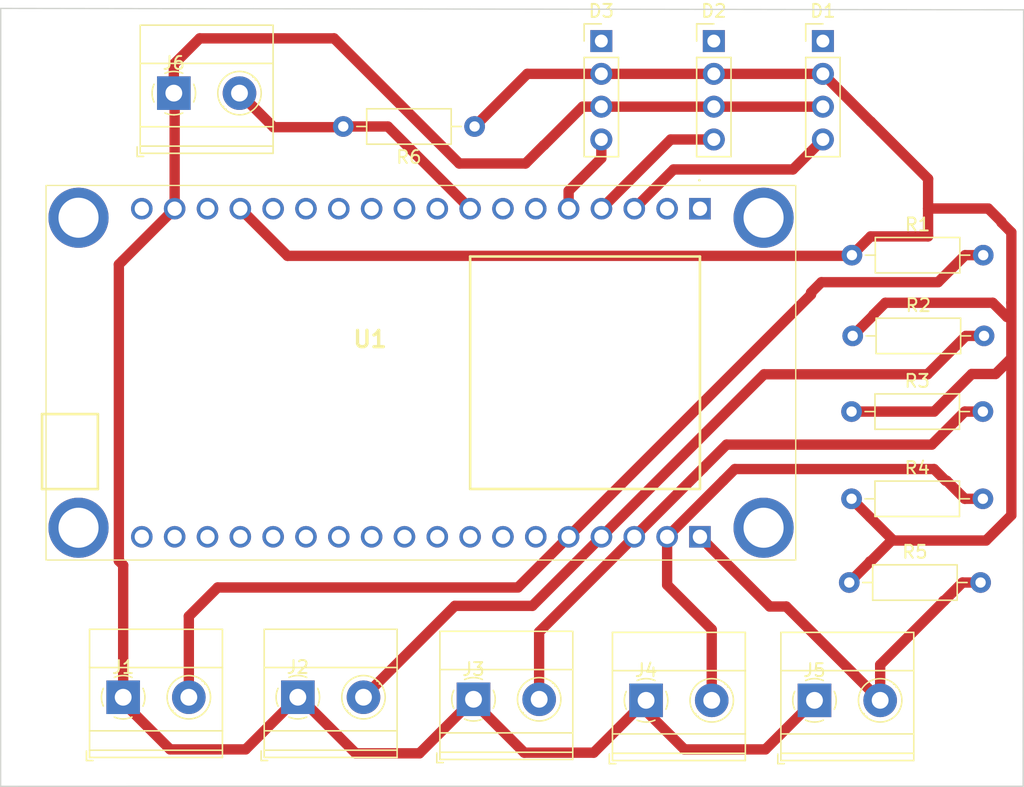
<source format=kicad_pcb>
(kicad_pcb (version 20171130) (host pcbnew "(5.1.12)-1")

  (general
    (thickness 1.6)
    (drawings 4)
    (tracks 132)
    (zones 0)
    (modules 16)
    (nets 44)
  )

  (page A4)
  (layers
    (0 F.Cu signal)
    (31 B.Cu signal)
    (32 B.Adhes user)
    (33 F.Adhes user)
    (34 B.Paste user)
    (35 F.Paste user)
    (36 B.SilkS user)
    (37 F.SilkS user)
    (38 B.Mask user)
    (39 F.Mask user hide)
    (40 Dwgs.User user)
    (41 Cmts.User user)
    (42 Eco1.User user)
    (43 Eco2.User user)
    (44 Edge.Cuts user)
    (45 Margin user)
    (46 B.CrtYd user)
    (47 F.CrtYd user)
    (48 B.Fab user)
    (49 F.Fab user)
  )

  (setup
    (last_trace_width 0.8)
    (user_trace_width 0.5)
    (user_trace_width 0.8)
    (user_trace_width 1)
    (trace_clearance 0.2)
    (zone_clearance 0.508)
    (zone_45_only no)
    (trace_min 0.2)
    (via_size 0.8)
    (via_drill 0.4)
    (via_min_size 0.4)
    (via_min_drill 0.3)
    (uvia_size 0.3)
    (uvia_drill 0.1)
    (uvias_allowed no)
    (uvia_min_size 0.2)
    (uvia_min_drill 0.1)
    (edge_width 0.05)
    (segment_width 0.2)
    (pcb_text_width 0.3)
    (pcb_text_size 1.5 1.5)
    (mod_edge_width 0.12)
    (mod_text_size 1 1)
    (mod_text_width 0.15)
    (pad_size 1.8 1.8)
    (pad_drill 1)
    (pad_to_mask_clearance 0)
    (aux_axis_origin 175.51654 51.16576)
    (visible_elements 7FFFFFFF)
    (pcbplotparams
      (layerselection 0x010fc_7fffffff)
      (usegerberextensions false)
      (usegerberattributes true)
      (usegerberadvancedattributes true)
      (creategerberjobfile true)
      (excludeedgelayer true)
      (linewidth 0.100000)
      (plotframeref false)
      (viasonmask false)
      (mode 1)
      (useauxorigin false)
      (hpglpennumber 1)
      (hpglpenspeed 20)
      (hpglpendiameter 15.000000)
      (psnegative false)
      (psa4output false)
      (plotreference true)
      (plotvalue true)
      (plotinvisibletext false)
      (padsonsilk false)
      (subtractmaskfromsilk false)
      (outputformat 1)
      (mirror false)
      (drillshape 0)
      (scaleselection 1)
      (outputdirectory "Unidad central/"))
  )

  (net 0 "")
  (net 1 "Net-(D1-Pad3)")
  (net 2 "Net-(D1-Pad2)")
  (net 3 "Net-(D1-Pad1)")
  (net 4 "Net-(D2-Pad1)")
  (net 5 "Net-(J1-Pad2)")
  (net 6 "Net-(J5-Pad2)")
  (net 7 "Net-(J6-Pad2)")
  (net 8 "Net-(U1-PadMH4)")
  (net 9 "Net-(U1-PadMH3)")
  (net 10 "Net-(U1-PadMH2)")
  (net 11 "Net-(U1-PadMH1)")
  (net 12 "Net-(U1-Pad36)")
  (net 13 "Net-(U1-Pad35)")
  (net 14 "Net-(U1-Pad34)")
  (net 15 "Net-(U1-Pad33)")
  (net 16 "Net-(U1-Pad32)")
  (net 17 "Net-(U1-Pad31)")
  (net 18 "Net-(U1-Pad30)")
  (net 19 "Net-(U1-Pad29)")
  (net 20 "Net-(U1-Pad28)")
  (net 21 "Net-(U1-Pad27)")
  (net 22 "Net-(U1-Pad26)")
  (net 23 "Net-(U1-Pad25)")
  (net 24 "Net-(U1-Pad24)")
  (net 25 "Net-(U1-Pad18)")
  (net 26 "Net-(U1-Pad16)")
  (net 27 "Net-(U1-Pad14)")
  (net 28 "Net-(U1-Pad13)")
  (net 29 "Net-(U1-Pad12)")
  (net 30 "Net-(U1-Pad11)")
  (net 31 "Net-(U1-Pad10)")
  (net 32 "Net-(U1-Pad9)")
  (net 33 "Net-(U1-Pad7)")
  (net 34 "Net-(U1-Pad6)")
  (net 35 "Net-(D2-Pad4)")
  (net 36 "Net-(D1-Pad4)")
  (net 37 "Net-(U1-Pad2)")
  (net 38 "Net-(U1-Pad1)")
  (net 39 "Net-(D3-Pad4)")
  (net 40 "Net-(D3-Pad1)")
  (net 41 "Net-(J2-Pad2)")
  (net 42 "Net-(J3-Pad2)")
  (net 43 "Net-(J4-Pad2)")

  (net_class Default "This is the default net class."
    (clearance 0.2)
    (trace_width 0.25)
    (via_dia 0.8)
    (via_drill 0.4)
    (uvia_dia 0.3)
    (uvia_drill 0.1)
    (add_net "Net-(D1-Pad1)")
    (add_net "Net-(D1-Pad2)")
    (add_net "Net-(D1-Pad3)")
    (add_net "Net-(D1-Pad4)")
    (add_net "Net-(D2-Pad1)")
    (add_net "Net-(D2-Pad4)")
    (add_net "Net-(D3-Pad1)")
    (add_net "Net-(D3-Pad4)")
    (add_net "Net-(J1-Pad2)")
    (add_net "Net-(J2-Pad2)")
    (add_net "Net-(J3-Pad2)")
    (add_net "Net-(J4-Pad2)")
    (add_net "Net-(J5-Pad2)")
    (add_net "Net-(J6-Pad2)")
    (add_net "Net-(U1-Pad1)")
    (add_net "Net-(U1-Pad10)")
    (add_net "Net-(U1-Pad11)")
    (add_net "Net-(U1-Pad12)")
    (add_net "Net-(U1-Pad13)")
    (add_net "Net-(U1-Pad14)")
    (add_net "Net-(U1-Pad16)")
    (add_net "Net-(U1-Pad18)")
    (add_net "Net-(U1-Pad2)")
    (add_net "Net-(U1-Pad24)")
    (add_net "Net-(U1-Pad25)")
    (add_net "Net-(U1-Pad26)")
    (add_net "Net-(U1-Pad27)")
    (add_net "Net-(U1-Pad28)")
    (add_net "Net-(U1-Pad29)")
    (add_net "Net-(U1-Pad30)")
    (add_net "Net-(U1-Pad31)")
    (add_net "Net-(U1-Pad32)")
    (add_net "Net-(U1-Pad33)")
    (add_net "Net-(U1-Pad34)")
    (add_net "Net-(U1-Pad35)")
    (add_net "Net-(U1-Pad36)")
    (add_net "Net-(U1-Pad6)")
    (add_net "Net-(U1-Pad7)")
    (add_net "Net-(U1-Pad9)")
    (add_net "Net-(U1-PadMH1)")
    (add_net "Net-(U1-PadMH2)")
    (add_net "Net-(U1-PadMH3)")
    (add_net "Net-(U1-PadMH4)")
  )

  (module TerminalBlock_Phoenix:TerminalBlock_Phoenix_MKDS-1,5-2-5.08_1x02_P5.08mm_Horizontal (layer F.Cu) (tedit 5B294EBC) (tstamp 62AB608E)
    (at 159.31388 104.34574)
    (descr "Terminal Block Phoenix MKDS-1,5-2-5.08, 2 pins, pitch 5.08mm, size 10.2x9.8mm^2, drill diamater 1.3mm, pad diameter 2.6mm, see http://www.farnell.com/datasheets/100425.pdf, script-generated using https://github.com/pointhi/kicad-footprint-generator/scripts/TerminalBlock_Phoenix")
    (tags "THT Terminal Block Phoenix MKDS-1,5-2-5.08 pitch 5.08mm size 10.2x9.8mm^2 drill 1.3mm pad 2.6mm")
    (path /62969148)
    (fp_text reference J5 (at 0 -2.33) (layer F.SilkS)
      (effects (font (size 1 1) (thickness 0.15)))
    )
    (fp_text value Conn_01x02 (at 0 4.87) (layer F.Fab)
      (effects (font (size 1 1) (thickness 0.15)))
    )
    (fp_text user %R (at 0 1.27 90) (layer F.Fab)
      (effects (font (size 1 1) (thickness 0.15)))
    )
    (fp_arc (start 0 0) (end -0.684 1.535) (angle -25) (layer F.SilkS) (width 0.12))
    (fp_arc (start 0 0) (end -1.535 -0.684) (angle -48) (layer F.SilkS) (width 0.12))
    (fp_arc (start 0 0) (end 0.684 -1.535) (angle -48) (layer F.SilkS) (width 0.12))
    (fp_arc (start 0 0) (end 1.535 0.684) (angle -48) (layer F.SilkS) (width 0.12))
    (fp_arc (start 0 0) (end 0 1.68) (angle -24) (layer F.SilkS) (width 0.12))
    (fp_circle (center 0 0) (end 1.5 0) (layer F.Fab) (width 0.1))
    (fp_circle (center 5.08 0) (end 6.58 0) (layer F.Fab) (width 0.1))
    (fp_circle (center 5.08 0) (end 6.76 0) (layer F.SilkS) (width 0.12))
    (fp_line (start -2.54 -5.2) (end 7.62 -5.2) (layer F.Fab) (width 0.1))
    (fp_line (start 7.62 -5.2) (end 7.62 4.6) (layer F.Fab) (width 0.1))
    (fp_line (start 7.62 4.6) (end -2.04 4.6) (layer F.Fab) (width 0.1))
    (fp_line (start -2.04 4.6) (end -2.54 4.1) (layer F.Fab) (width 0.1))
    (fp_line (start -2.54 4.1) (end -2.54 -5.2) (layer F.Fab) (width 0.1))
    (fp_line (start -2.54 4.1) (end 7.62 4.1) (layer F.Fab) (width 0.1))
    (fp_line (start -2.6 4.1) (end 7.68 4.1) (layer F.SilkS) (width 0.12))
    (fp_line (start -2.54 2.6) (end 7.62 2.6) (layer F.Fab) (width 0.1))
    (fp_line (start -2.6 2.6) (end 7.68 2.6) (layer F.SilkS) (width 0.12))
    (fp_line (start -2.54 -2.3) (end 7.62 -2.3) (layer F.Fab) (width 0.1))
    (fp_line (start -2.6 -2.301) (end 7.68 -2.301) (layer F.SilkS) (width 0.12))
    (fp_line (start -2.6 -5.261) (end 7.68 -5.261) (layer F.SilkS) (width 0.12))
    (fp_line (start -2.6 4.66) (end 7.68 4.66) (layer F.SilkS) (width 0.12))
    (fp_line (start -2.6 -5.261) (end -2.6 4.66) (layer F.SilkS) (width 0.12))
    (fp_line (start 7.68 -5.261) (end 7.68 4.66) (layer F.SilkS) (width 0.12))
    (fp_line (start 1.138 -0.955) (end -0.955 1.138) (layer F.Fab) (width 0.1))
    (fp_line (start 0.955 -1.138) (end -1.138 0.955) (layer F.Fab) (width 0.1))
    (fp_line (start 6.218 -0.955) (end 4.126 1.138) (layer F.Fab) (width 0.1))
    (fp_line (start 6.035 -1.138) (end 3.943 0.955) (layer F.Fab) (width 0.1))
    (fp_line (start 6.355 -1.069) (end 6.308 -1.023) (layer F.SilkS) (width 0.12))
    (fp_line (start 4.046 1.239) (end 4.011 1.274) (layer F.SilkS) (width 0.12))
    (fp_line (start 6.15 -1.275) (end 6.115 -1.239) (layer F.SilkS) (width 0.12))
    (fp_line (start 3.853 1.023) (end 3.806 1.069) (layer F.SilkS) (width 0.12))
    (fp_line (start -2.84 4.16) (end -2.84 4.9) (layer F.SilkS) (width 0.12))
    (fp_line (start -2.84 4.9) (end -2.34 4.9) (layer F.SilkS) (width 0.12))
    (fp_line (start -3.04 -5.71) (end -3.04 5.1) (layer F.CrtYd) (width 0.05))
    (fp_line (start -3.04 5.1) (end 8.13 5.1) (layer F.CrtYd) (width 0.05))
    (fp_line (start 8.13 5.1) (end 8.13 -5.71) (layer F.CrtYd) (width 0.05))
    (fp_line (start 8.13 -5.71) (end -3.04 -5.71) (layer F.CrtYd) (width 0.05))
    (pad 2 thru_hole circle (at 5.08 0) (size 2.6 2.6) (drill 1.3) (layers *.Cu *.Mask)
      (net 6 "Net-(J5-Pad2)"))
    (pad 1 thru_hole rect (at 0 0) (size 2.6 2.6) (drill 1.3) (layers *.Cu *.Mask)
      (net 1 "Net-(D1-Pad3)"))
    (model ${KISYS3DMOD}/TerminalBlock_Phoenix.3dshapes/TerminalBlock_Phoenix_MKDS-1,5-2-5.08_1x02_P5.08mm_Horizontal.wrl
      (at (xyz 0 0 0))
      (scale (xyz 1 1 1))
      (rotate (xyz 0 0 0))
    )
  )

  (module TerminalBlock_Phoenix:TerminalBlock_Phoenix_MKDS-1,5-2-5.08_1x02_P5.08mm_Horizontal (layer F.Cu) (tedit 5B294EBC) (tstamp 62AB61FD)
    (at 109.74832 57.33796)
    (descr "Terminal Block Phoenix MKDS-1,5-2-5.08, 2 pins, pitch 5.08mm, size 10.2x9.8mm^2, drill diamater 1.3mm, pad diameter 2.6mm, see http://www.farnell.com/datasheets/100425.pdf, script-generated using https://github.com/pointhi/kicad-footprint-generator/scripts/TerminalBlock_Phoenix")
    (tags "THT Terminal Block Phoenix MKDS-1,5-2-5.08 pitch 5.08mm size 10.2x9.8mm^2 drill 1.3mm pad 2.6mm")
    (path /6296B7C3)
    (fp_text reference J6 (at 0 -2.33) (layer F.SilkS)
      (effects (font (size 1 1) (thickness 0.15)))
    )
    (fp_text value Conn_01x02 (at 0 4.87) (layer F.Fab)
      (effects (font (size 1 1) (thickness 0.15)))
    )
    (fp_text user %R (at 0 1.27 90) (layer F.Fab)
      (effects (font (size 1 1) (thickness 0.15)))
    )
    (fp_arc (start 0 0) (end -0.684 1.535) (angle -25) (layer F.SilkS) (width 0.12))
    (fp_arc (start 0 0) (end -1.535 -0.684) (angle -48) (layer F.SilkS) (width 0.12))
    (fp_arc (start 0 0) (end 0.684 -1.535) (angle -48) (layer F.SilkS) (width 0.12))
    (fp_arc (start 0 0) (end 1.535 0.684) (angle -48) (layer F.SilkS) (width 0.12))
    (fp_arc (start 0 0) (end 0 1.68) (angle -24) (layer F.SilkS) (width 0.12))
    (fp_circle (center 0 0) (end 1.5 0) (layer F.Fab) (width 0.1))
    (fp_circle (center 5.08 0) (end 6.58 0) (layer F.Fab) (width 0.1))
    (fp_circle (center 5.08 0) (end 6.76 0) (layer F.SilkS) (width 0.12))
    (fp_line (start -2.54 -5.2) (end 7.62 -5.2) (layer F.Fab) (width 0.1))
    (fp_line (start 7.62 -5.2) (end 7.62 4.6) (layer F.Fab) (width 0.1))
    (fp_line (start 7.62 4.6) (end -2.04 4.6) (layer F.Fab) (width 0.1))
    (fp_line (start -2.04 4.6) (end -2.54 4.1) (layer F.Fab) (width 0.1))
    (fp_line (start -2.54 4.1) (end -2.54 -5.2) (layer F.Fab) (width 0.1))
    (fp_line (start -2.54 4.1) (end 7.62 4.1) (layer F.Fab) (width 0.1))
    (fp_line (start -2.6 4.1) (end 7.68 4.1) (layer F.SilkS) (width 0.12))
    (fp_line (start -2.54 2.6) (end 7.62 2.6) (layer F.Fab) (width 0.1))
    (fp_line (start -2.6 2.6) (end 7.68 2.6) (layer F.SilkS) (width 0.12))
    (fp_line (start -2.54 -2.3) (end 7.62 -2.3) (layer F.Fab) (width 0.1))
    (fp_line (start -2.6 -2.301) (end 7.68 -2.301) (layer F.SilkS) (width 0.12))
    (fp_line (start -2.6 -5.261) (end 7.68 -5.261) (layer F.SilkS) (width 0.12))
    (fp_line (start -2.6 4.66) (end 7.68 4.66) (layer F.SilkS) (width 0.12))
    (fp_line (start -2.6 -5.261) (end -2.6 4.66) (layer F.SilkS) (width 0.12))
    (fp_line (start 7.68 -5.261) (end 7.68 4.66) (layer F.SilkS) (width 0.12))
    (fp_line (start 1.138 -0.955) (end -0.955 1.138) (layer F.Fab) (width 0.1))
    (fp_line (start 0.955 -1.138) (end -1.138 0.955) (layer F.Fab) (width 0.1))
    (fp_line (start 6.218 -0.955) (end 4.126 1.138) (layer F.Fab) (width 0.1))
    (fp_line (start 6.035 -1.138) (end 3.943 0.955) (layer F.Fab) (width 0.1))
    (fp_line (start 6.355 -1.069) (end 6.308 -1.023) (layer F.SilkS) (width 0.12))
    (fp_line (start 4.046 1.239) (end 4.011 1.274) (layer F.SilkS) (width 0.12))
    (fp_line (start 6.15 -1.275) (end 6.115 -1.239) (layer F.SilkS) (width 0.12))
    (fp_line (start 3.853 1.023) (end 3.806 1.069) (layer F.SilkS) (width 0.12))
    (fp_line (start -2.84 4.16) (end -2.84 4.9) (layer F.SilkS) (width 0.12))
    (fp_line (start -2.84 4.9) (end -2.34 4.9) (layer F.SilkS) (width 0.12))
    (fp_line (start -3.04 -5.71) (end -3.04 5.1) (layer F.CrtYd) (width 0.05))
    (fp_line (start -3.04 5.1) (end 8.13 5.1) (layer F.CrtYd) (width 0.05))
    (fp_line (start 8.13 5.1) (end 8.13 -5.71) (layer F.CrtYd) (width 0.05))
    (fp_line (start 8.13 -5.71) (end -3.04 -5.71) (layer F.CrtYd) (width 0.05))
    (pad 2 thru_hole circle (at 5.08 0) (size 2.6 2.6) (drill 1.3) (layers *.Cu *.Mask)
      (net 7 "Net-(J6-Pad2)"))
    (pad 1 thru_hole rect (at 0 0) (size 2.6 2.6) (drill 1.3) (layers *.Cu *.Mask)
      (net 1 "Net-(D1-Pad3)"))
    (model ${KISYS3DMOD}/TerminalBlock_Phoenix.3dshapes/TerminalBlock_Phoenix_MKDS-1,5-2-5.08_1x02_P5.08mm_Horizontal.wrl
      (at (xyz 0 0 0))
      (scale (xyz 1 1 1))
      (rotate (xyz 0 0 0))
    )
  )

  (module TerminalBlock_Phoenix:TerminalBlock_Phoenix_MKDS-1,5-2-5.08_1x02_P5.08mm_Horizontal (layer F.Cu) (tedit 5B294EBC) (tstamp 62AA1FA5)
    (at 146.28368 104.34574)
    (descr "Terminal Block Phoenix MKDS-1,5-2-5.08, 2 pins, pitch 5.08mm, size 10.2x9.8mm^2, drill diamater 1.3mm, pad diameter 2.6mm, see http://www.farnell.com/datasheets/100425.pdf, script-generated using https://github.com/pointhi/kicad-footprint-generator/scripts/TerminalBlock_Phoenix")
    (tags "THT Terminal Block Phoenix MKDS-1,5-2-5.08 pitch 5.08mm size 10.2x9.8mm^2 drill 1.3mm pad 2.6mm")
    (path /62AA7E39)
    (fp_text reference J4 (at 0 -2.33) (layer F.SilkS)
      (effects (font (size 1 1) (thickness 0.15)))
    )
    (fp_text value Conn_01x02 (at 0 4.87) (layer F.Fab)
      (effects (font (size 1 1) (thickness 0.15)))
    )
    (fp_text user %R (at 0 1.27 90) (layer F.Fab)
      (effects (font (size 1 1) (thickness 0.15)))
    )
    (fp_arc (start 0 0) (end -0.684 1.535) (angle -25) (layer F.SilkS) (width 0.12))
    (fp_arc (start 0 0) (end -1.535 -0.684) (angle -48) (layer F.SilkS) (width 0.12))
    (fp_arc (start 0 0) (end 0.684 -1.535) (angle -48) (layer F.SilkS) (width 0.12))
    (fp_arc (start 0 0) (end 1.535 0.684) (angle -48) (layer F.SilkS) (width 0.12))
    (fp_arc (start 0 0) (end 0 1.68) (angle -24) (layer F.SilkS) (width 0.12))
    (fp_circle (center 0 0) (end 1.5 0) (layer F.Fab) (width 0.1))
    (fp_circle (center 5.08 0) (end 6.58 0) (layer F.Fab) (width 0.1))
    (fp_circle (center 5.08 0) (end 6.76 0) (layer F.SilkS) (width 0.12))
    (fp_line (start -2.54 -5.2) (end 7.62 -5.2) (layer F.Fab) (width 0.1))
    (fp_line (start 7.62 -5.2) (end 7.62 4.6) (layer F.Fab) (width 0.1))
    (fp_line (start 7.62 4.6) (end -2.04 4.6) (layer F.Fab) (width 0.1))
    (fp_line (start -2.04 4.6) (end -2.54 4.1) (layer F.Fab) (width 0.1))
    (fp_line (start -2.54 4.1) (end -2.54 -5.2) (layer F.Fab) (width 0.1))
    (fp_line (start -2.54 4.1) (end 7.62 4.1) (layer F.Fab) (width 0.1))
    (fp_line (start -2.6 4.1) (end 7.68 4.1) (layer F.SilkS) (width 0.12))
    (fp_line (start -2.54 2.6) (end 7.62 2.6) (layer F.Fab) (width 0.1))
    (fp_line (start -2.6 2.6) (end 7.68 2.6) (layer F.SilkS) (width 0.12))
    (fp_line (start -2.54 -2.3) (end 7.62 -2.3) (layer F.Fab) (width 0.1))
    (fp_line (start -2.6 -2.301) (end 7.68 -2.301) (layer F.SilkS) (width 0.12))
    (fp_line (start -2.6 -5.261) (end 7.68 -5.261) (layer F.SilkS) (width 0.12))
    (fp_line (start -2.6 4.66) (end 7.68 4.66) (layer F.SilkS) (width 0.12))
    (fp_line (start -2.6 -5.261) (end -2.6 4.66) (layer F.SilkS) (width 0.12))
    (fp_line (start 7.68 -5.261) (end 7.68 4.66) (layer F.SilkS) (width 0.12))
    (fp_line (start 1.138 -0.955) (end -0.955 1.138) (layer F.Fab) (width 0.1))
    (fp_line (start 0.955 -1.138) (end -1.138 0.955) (layer F.Fab) (width 0.1))
    (fp_line (start 6.218 -0.955) (end 4.126 1.138) (layer F.Fab) (width 0.1))
    (fp_line (start 6.035 -1.138) (end 3.943 0.955) (layer F.Fab) (width 0.1))
    (fp_line (start 6.355 -1.069) (end 6.308 -1.023) (layer F.SilkS) (width 0.12))
    (fp_line (start 4.046 1.239) (end 4.011 1.274) (layer F.SilkS) (width 0.12))
    (fp_line (start 6.15 -1.275) (end 6.115 -1.239) (layer F.SilkS) (width 0.12))
    (fp_line (start 3.853 1.023) (end 3.806 1.069) (layer F.SilkS) (width 0.12))
    (fp_line (start -2.84 4.16) (end -2.84 4.9) (layer F.SilkS) (width 0.12))
    (fp_line (start -2.84 4.9) (end -2.34 4.9) (layer F.SilkS) (width 0.12))
    (fp_line (start -3.04 -5.71) (end -3.04 5.1) (layer F.CrtYd) (width 0.05))
    (fp_line (start -3.04 5.1) (end 8.13 5.1) (layer F.CrtYd) (width 0.05))
    (fp_line (start 8.13 5.1) (end 8.13 -5.71) (layer F.CrtYd) (width 0.05))
    (fp_line (start 8.13 -5.71) (end -3.04 -5.71) (layer F.CrtYd) (width 0.05))
    (pad 2 thru_hole circle (at 5.08 0) (size 2.6 2.6) (drill 1.3) (layers *.Cu *.Mask)
      (net 43 "Net-(J4-Pad2)"))
    (pad 1 thru_hole rect (at 0 0) (size 2.6 2.6) (drill 1.3) (layers *.Cu *.Mask)
      (net 1 "Net-(D1-Pad3)"))
    (model ${KISYS3DMOD}/TerminalBlock_Phoenix.3dshapes/TerminalBlock_Phoenix_MKDS-1,5-2-5.08_1x02_P5.08mm_Horizontal.wrl
      (at (xyz 0 0 0))
      (scale (xyz 1 1 1))
      (rotate (xyz 0 0 0))
    )
  )

  (module TerminalBlock_Phoenix:TerminalBlock_Phoenix_MKDS-1,5-2-5.08_1x02_P5.08mm_Horizontal (layer F.Cu) (tedit 5B294EBC) (tstamp 62AA1F8F)
    (at 132.93344 104.26446)
    (descr "Terminal Block Phoenix MKDS-1,5-2-5.08, 2 pins, pitch 5.08mm, size 10.2x9.8mm^2, drill diamater 1.3mm, pad diameter 2.6mm, see http://www.farnell.com/datasheets/100425.pdf, script-generated using https://github.com/pointhi/kicad-footprint-generator/scripts/TerminalBlock_Phoenix")
    (tags "THT Terminal Block Phoenix MKDS-1,5-2-5.08 pitch 5.08mm size 10.2x9.8mm^2 drill 1.3mm pad 2.6mm")
    (path /62AA7B7B)
    (fp_text reference J3 (at 0 -2.33) (layer F.SilkS)
      (effects (font (size 1 1) (thickness 0.15)))
    )
    (fp_text value Conn_01x02 (at 0 4.87) (layer F.Fab)
      (effects (font (size 1 1) (thickness 0.15)))
    )
    (fp_text user %R (at 0 1.27 90) (layer F.Fab)
      (effects (font (size 1 1) (thickness 0.15)))
    )
    (fp_arc (start 0 0) (end -0.684 1.535) (angle -25) (layer F.SilkS) (width 0.12))
    (fp_arc (start 0 0) (end -1.535 -0.684) (angle -48) (layer F.SilkS) (width 0.12))
    (fp_arc (start 0 0) (end 0.684 -1.535) (angle -48) (layer F.SilkS) (width 0.12))
    (fp_arc (start 0 0) (end 1.535 0.684) (angle -48) (layer F.SilkS) (width 0.12))
    (fp_arc (start 0 0) (end 0 1.68) (angle -24) (layer F.SilkS) (width 0.12))
    (fp_circle (center 0 0) (end 1.5 0) (layer F.Fab) (width 0.1))
    (fp_circle (center 5.08 0) (end 6.58 0) (layer F.Fab) (width 0.1))
    (fp_circle (center 5.08 0) (end 6.76 0) (layer F.SilkS) (width 0.12))
    (fp_line (start -2.54 -5.2) (end 7.62 -5.2) (layer F.Fab) (width 0.1))
    (fp_line (start 7.62 -5.2) (end 7.62 4.6) (layer F.Fab) (width 0.1))
    (fp_line (start 7.62 4.6) (end -2.04 4.6) (layer F.Fab) (width 0.1))
    (fp_line (start -2.04 4.6) (end -2.54 4.1) (layer F.Fab) (width 0.1))
    (fp_line (start -2.54 4.1) (end -2.54 -5.2) (layer F.Fab) (width 0.1))
    (fp_line (start -2.54 4.1) (end 7.62 4.1) (layer F.Fab) (width 0.1))
    (fp_line (start -2.6 4.1) (end 7.68 4.1) (layer F.SilkS) (width 0.12))
    (fp_line (start -2.54 2.6) (end 7.62 2.6) (layer F.Fab) (width 0.1))
    (fp_line (start -2.6 2.6) (end 7.68 2.6) (layer F.SilkS) (width 0.12))
    (fp_line (start -2.54 -2.3) (end 7.62 -2.3) (layer F.Fab) (width 0.1))
    (fp_line (start -2.6 -2.301) (end 7.68 -2.301) (layer F.SilkS) (width 0.12))
    (fp_line (start -2.6 -5.261) (end 7.68 -5.261) (layer F.SilkS) (width 0.12))
    (fp_line (start -2.6 4.66) (end 7.68 4.66) (layer F.SilkS) (width 0.12))
    (fp_line (start -2.6 -5.261) (end -2.6 4.66) (layer F.SilkS) (width 0.12))
    (fp_line (start 7.68 -5.261) (end 7.68 4.66) (layer F.SilkS) (width 0.12))
    (fp_line (start 1.138 -0.955) (end -0.955 1.138) (layer F.Fab) (width 0.1))
    (fp_line (start 0.955 -1.138) (end -1.138 0.955) (layer F.Fab) (width 0.1))
    (fp_line (start 6.218 -0.955) (end 4.126 1.138) (layer F.Fab) (width 0.1))
    (fp_line (start 6.035 -1.138) (end 3.943 0.955) (layer F.Fab) (width 0.1))
    (fp_line (start 6.355 -1.069) (end 6.308 -1.023) (layer F.SilkS) (width 0.12))
    (fp_line (start 4.046 1.239) (end 4.011 1.274) (layer F.SilkS) (width 0.12))
    (fp_line (start 6.15 -1.275) (end 6.115 -1.239) (layer F.SilkS) (width 0.12))
    (fp_line (start 3.853 1.023) (end 3.806 1.069) (layer F.SilkS) (width 0.12))
    (fp_line (start -2.84 4.16) (end -2.84 4.9) (layer F.SilkS) (width 0.12))
    (fp_line (start -2.84 4.9) (end -2.34 4.9) (layer F.SilkS) (width 0.12))
    (fp_line (start -3.04 -5.71) (end -3.04 5.1) (layer F.CrtYd) (width 0.05))
    (fp_line (start -3.04 5.1) (end 8.13 5.1) (layer F.CrtYd) (width 0.05))
    (fp_line (start 8.13 5.1) (end 8.13 -5.71) (layer F.CrtYd) (width 0.05))
    (fp_line (start 8.13 -5.71) (end -3.04 -5.71) (layer F.CrtYd) (width 0.05))
    (pad 2 thru_hole circle (at 5.08 0) (size 2.6 2.6) (drill 1.3) (layers *.Cu *.Mask)
      (net 42 "Net-(J3-Pad2)"))
    (pad 1 thru_hole rect (at 0 0) (size 2.6 2.6) (drill 1.3) (layers *.Cu *.Mask)
      (net 1 "Net-(D1-Pad3)"))
    (model ${KISYS3DMOD}/TerminalBlock_Phoenix.3dshapes/TerminalBlock_Phoenix_MKDS-1,5-2-5.08_1x02_P5.08mm_Horizontal.wrl
      (at (xyz 0 0 0))
      (scale (xyz 1 1 1))
      (rotate (xyz 0 0 0))
    )
  )

  (module TerminalBlock_Phoenix:TerminalBlock_Phoenix_MKDS-1,5-2-5.08_1x02_P5.08mm_Horizontal (layer F.Cu) (tedit 5B294EBC) (tstamp 62AA1F79)
    (at 119.3419 104.10444)
    (descr "Terminal Block Phoenix MKDS-1,5-2-5.08, 2 pins, pitch 5.08mm, size 10.2x9.8mm^2, drill diamater 1.3mm, pad diameter 2.6mm, see http://www.farnell.com/datasheets/100425.pdf, script-generated using https://github.com/pointhi/kicad-footprint-generator/scripts/TerminalBlock_Phoenix")
    (tags "THT Terminal Block Phoenix MKDS-1,5-2-5.08 pitch 5.08mm size 10.2x9.8mm^2 drill 1.3mm pad 2.6mm")
    (path /62AA78E5)
    (fp_text reference J2 (at 0 -2.33) (layer F.SilkS)
      (effects (font (size 1 1) (thickness 0.15)))
    )
    (fp_text value Conn_01x02 (at 0 4.87) (layer F.Fab)
      (effects (font (size 1 1) (thickness 0.15)))
    )
    (fp_text user %R (at 0 1.27 90) (layer F.Fab)
      (effects (font (size 1 1) (thickness 0.15)))
    )
    (fp_arc (start 0 0) (end -0.684 1.535) (angle -25) (layer F.SilkS) (width 0.12))
    (fp_arc (start 0 0) (end -1.535 -0.684) (angle -48) (layer F.SilkS) (width 0.12))
    (fp_arc (start 0 0) (end 0.684 -1.535) (angle -48) (layer F.SilkS) (width 0.12))
    (fp_arc (start 0 0) (end 1.535 0.684) (angle -48) (layer F.SilkS) (width 0.12))
    (fp_arc (start 0 0) (end 0 1.68) (angle -24) (layer F.SilkS) (width 0.12))
    (fp_circle (center 0 0) (end 1.5 0) (layer F.Fab) (width 0.1))
    (fp_circle (center 5.08 0) (end 6.58 0) (layer F.Fab) (width 0.1))
    (fp_circle (center 5.08 0) (end 6.76 0) (layer F.SilkS) (width 0.12))
    (fp_line (start -2.54 -5.2) (end 7.62 -5.2) (layer F.Fab) (width 0.1))
    (fp_line (start 7.62 -5.2) (end 7.62 4.6) (layer F.Fab) (width 0.1))
    (fp_line (start 7.62 4.6) (end -2.04 4.6) (layer F.Fab) (width 0.1))
    (fp_line (start -2.04 4.6) (end -2.54 4.1) (layer F.Fab) (width 0.1))
    (fp_line (start -2.54 4.1) (end -2.54 -5.2) (layer F.Fab) (width 0.1))
    (fp_line (start -2.54 4.1) (end 7.62 4.1) (layer F.Fab) (width 0.1))
    (fp_line (start -2.6 4.1) (end 7.68 4.1) (layer F.SilkS) (width 0.12))
    (fp_line (start -2.54 2.6) (end 7.62 2.6) (layer F.Fab) (width 0.1))
    (fp_line (start -2.6 2.6) (end 7.68 2.6) (layer F.SilkS) (width 0.12))
    (fp_line (start -2.54 -2.3) (end 7.62 -2.3) (layer F.Fab) (width 0.1))
    (fp_line (start -2.6 -2.301) (end 7.68 -2.301) (layer F.SilkS) (width 0.12))
    (fp_line (start -2.6 -5.261) (end 7.68 -5.261) (layer F.SilkS) (width 0.12))
    (fp_line (start -2.6 4.66) (end 7.68 4.66) (layer F.SilkS) (width 0.12))
    (fp_line (start -2.6 -5.261) (end -2.6 4.66) (layer F.SilkS) (width 0.12))
    (fp_line (start 7.68 -5.261) (end 7.68 4.66) (layer F.SilkS) (width 0.12))
    (fp_line (start 1.138 -0.955) (end -0.955 1.138) (layer F.Fab) (width 0.1))
    (fp_line (start 0.955 -1.138) (end -1.138 0.955) (layer F.Fab) (width 0.1))
    (fp_line (start 6.218 -0.955) (end 4.126 1.138) (layer F.Fab) (width 0.1))
    (fp_line (start 6.035 -1.138) (end 3.943 0.955) (layer F.Fab) (width 0.1))
    (fp_line (start 6.355 -1.069) (end 6.308 -1.023) (layer F.SilkS) (width 0.12))
    (fp_line (start 4.046 1.239) (end 4.011 1.274) (layer F.SilkS) (width 0.12))
    (fp_line (start 6.15 -1.275) (end 6.115 -1.239) (layer F.SilkS) (width 0.12))
    (fp_line (start 3.853 1.023) (end 3.806 1.069) (layer F.SilkS) (width 0.12))
    (fp_line (start -2.84 4.16) (end -2.84 4.9) (layer F.SilkS) (width 0.12))
    (fp_line (start -2.84 4.9) (end -2.34 4.9) (layer F.SilkS) (width 0.12))
    (fp_line (start -3.04 -5.71) (end -3.04 5.1) (layer F.CrtYd) (width 0.05))
    (fp_line (start -3.04 5.1) (end 8.13 5.1) (layer F.CrtYd) (width 0.05))
    (fp_line (start 8.13 5.1) (end 8.13 -5.71) (layer F.CrtYd) (width 0.05))
    (fp_line (start 8.13 -5.71) (end -3.04 -5.71) (layer F.CrtYd) (width 0.05))
    (pad 2 thru_hole circle (at 5.08 0) (size 2.6 2.6) (drill 1.3) (layers *.Cu *.Mask)
      (net 41 "Net-(J2-Pad2)"))
    (pad 1 thru_hole rect (at 0 0) (size 2.6 2.6) (drill 1.3) (layers *.Cu *.Mask)
      (net 1 "Net-(D1-Pad3)"))
    (model ${KISYS3DMOD}/TerminalBlock_Phoenix.3dshapes/TerminalBlock_Phoenix_MKDS-1,5-2-5.08_1x02_P5.08mm_Horizontal.wrl
      (at (xyz 0 0 0))
      (scale (xyz 1 1 1))
      (rotate (xyz 0 0 0))
    )
  )

  (module TerminalBlock_Phoenix:TerminalBlock_Phoenix_MKDS-1,5-2-5.08_1x02_P5.08mm_Horizontal (layer F.Cu) (tedit 5B294EBC) (tstamp 62A0CFF9)
    (at 105.8291 104.10698)
    (descr "Terminal Block Phoenix MKDS-1,5-2-5.08, 2 pins, pitch 5.08mm, size 10.2x9.8mm^2, drill diamater 1.3mm, pad diameter 2.6mm, see http://www.farnell.com/datasheets/100425.pdf, script-generated using https://github.com/pointhi/kicad-footprint-generator/scripts/TerminalBlock_Phoenix")
    (tags "THT Terminal Block Phoenix MKDS-1,5-2-5.08 pitch 5.08mm size 10.2x9.8mm^2 drill 1.3mm pad 2.6mm")
    (path /6296B53C)
    (fp_text reference J1 (at 0 -2.33) (layer F.SilkS)
      (effects (font (size 1 1) (thickness 0.15)))
    )
    (fp_text value Conn_01x02 (at 0 4.87) (layer F.Fab)
      (effects (font (size 1 1) (thickness 0.15)))
    )
    (fp_text user %R (at 0 1.27 -270) (layer F.Fab)
      (effects (font (size 1 1) (thickness 0.15)))
    )
    (fp_arc (start 0 0) (end -0.684 1.535) (angle -25) (layer F.SilkS) (width 0.12))
    (fp_arc (start 0 0) (end -1.535 -0.684) (angle -48) (layer F.SilkS) (width 0.12))
    (fp_arc (start 0 0) (end 0.684 -1.535) (angle -48) (layer F.SilkS) (width 0.12))
    (fp_arc (start 0 0) (end 1.535 0.684) (angle -48) (layer F.SilkS) (width 0.12))
    (fp_arc (start 0 0) (end 0 1.68) (angle -24) (layer F.SilkS) (width 0.12))
    (fp_circle (center 0 0) (end 1.5 0) (layer F.Fab) (width 0.1))
    (fp_circle (center 5.08 0) (end 6.58 0) (layer F.Fab) (width 0.1))
    (fp_circle (center 5.08 0) (end 6.76 0) (layer F.SilkS) (width 0.12))
    (fp_line (start -2.54 -5.2) (end 7.62 -5.2) (layer F.Fab) (width 0.1))
    (fp_line (start 7.62 -5.2) (end 7.62 4.6) (layer F.Fab) (width 0.1))
    (fp_line (start 7.62 4.6) (end -2.04 4.6) (layer F.Fab) (width 0.1))
    (fp_line (start -2.04 4.6) (end -2.54 4.1) (layer F.Fab) (width 0.1))
    (fp_line (start -2.54 4.1) (end -2.54 -5.2) (layer F.Fab) (width 0.1))
    (fp_line (start -2.54 4.1) (end 7.62 4.1) (layer F.Fab) (width 0.1))
    (fp_line (start -2.6 4.1) (end 7.68 4.1) (layer F.SilkS) (width 0.12))
    (fp_line (start -2.54 2.6) (end 7.62 2.6) (layer F.Fab) (width 0.1))
    (fp_line (start -2.6 2.6) (end 7.68 2.6) (layer F.SilkS) (width 0.12))
    (fp_line (start -2.54 -2.3) (end 7.62 -2.3) (layer F.Fab) (width 0.1))
    (fp_line (start -2.6 -2.301) (end 7.68 -2.301) (layer F.SilkS) (width 0.12))
    (fp_line (start -2.6 -5.261) (end 7.68 -5.261) (layer F.SilkS) (width 0.12))
    (fp_line (start -2.6 4.66) (end 7.68 4.66) (layer F.SilkS) (width 0.12))
    (fp_line (start -2.6 -5.261) (end -2.6 4.66) (layer F.SilkS) (width 0.12))
    (fp_line (start 7.68 -5.261) (end 7.68 4.66) (layer F.SilkS) (width 0.12))
    (fp_line (start 1.138 -0.955) (end -0.955 1.138) (layer F.Fab) (width 0.1))
    (fp_line (start 0.955 -1.138) (end -1.138 0.955) (layer F.Fab) (width 0.1))
    (fp_line (start 6.218 -0.955) (end 4.126 1.138) (layer F.Fab) (width 0.1))
    (fp_line (start 6.035 -1.138) (end 3.943 0.955) (layer F.Fab) (width 0.1))
    (fp_line (start 6.355 -1.069) (end 6.308 -1.023) (layer F.SilkS) (width 0.12))
    (fp_line (start 4.046 1.239) (end 4.011 1.274) (layer F.SilkS) (width 0.12))
    (fp_line (start 6.15 -1.275) (end 6.115 -1.239) (layer F.SilkS) (width 0.12))
    (fp_line (start 3.853 1.023) (end 3.806 1.069) (layer F.SilkS) (width 0.12))
    (fp_line (start -2.84 4.16) (end -2.84 4.9) (layer F.SilkS) (width 0.12))
    (fp_line (start -2.84 4.9) (end -2.34 4.9) (layer F.SilkS) (width 0.12))
    (fp_line (start -3.04 -5.71) (end -3.04 5.1) (layer F.CrtYd) (width 0.05))
    (fp_line (start -3.04 5.1) (end 8.13 5.1) (layer F.CrtYd) (width 0.05))
    (fp_line (start 8.13 5.1) (end 8.13 -5.71) (layer F.CrtYd) (width 0.05))
    (fp_line (start 8.13 -5.71) (end -3.04 -5.71) (layer F.CrtYd) (width 0.05))
    (pad 2 thru_hole circle (at 5.08 0) (size 2.6 2.6) (drill 1.3) (layers *.Cu *.Mask)
      (net 5 "Net-(J1-Pad2)"))
    (pad 1 thru_hole rect (at 0 0) (size 2.6 2.6) (drill 1.3) (layers *.Cu *.Mask)
      (net 1 "Net-(D1-Pad3)"))
    (model ${KISYS3DMOD}/TerminalBlock_Phoenix.3dshapes/TerminalBlock_Phoenix_MKDS-1,5-2-5.08_1x02_P5.08mm_Horizontal.wrl
      (at (xyz 0 0 0))
      (scale (xyz 1 1 1))
      (rotate (xyz 0 0 0))
    )
  )

  (module Resistor_THT:R_Axial_DIN0207_L6.3mm_D2.5mm_P10.16mm_Horizontal (layer F.Cu) (tedit 5AE5139B) (tstamp 62AB6296)
    (at 133.017 59.9211 180)
    (descr "Resistor, Axial_DIN0207 series, Axial, Horizontal, pin pitch=10.16mm, 0.25W = 1/4W, length*diameter=6.3*2.5mm^2, http://cdn-reichelt.de/documents/datenblatt/B400/1_4W%23YAG.pdf")
    (tags "Resistor Axial_DIN0207 series Axial Horizontal pin pitch 10.16mm 0.25W = 1/4W length 6.3mm diameter 2.5mm")
    (path /62AA671C)
    (fp_text reference R6 (at 5.08 -2.37) (layer F.SilkS)
      (effects (font (size 1 1) (thickness 0.15)))
    )
    (fp_text value R (at 5.08 2.37) (layer F.Fab)
      (effects (font (size 1 1) (thickness 0.15)))
    )
    (fp_text user %R (at 5.08 0) (layer F.Fab)
      (effects (font (size 1 1) (thickness 0.15)))
    )
    (fp_line (start 1.93 -1.25) (end 1.93 1.25) (layer F.Fab) (width 0.1))
    (fp_line (start 1.93 1.25) (end 8.23 1.25) (layer F.Fab) (width 0.1))
    (fp_line (start 8.23 1.25) (end 8.23 -1.25) (layer F.Fab) (width 0.1))
    (fp_line (start 8.23 -1.25) (end 1.93 -1.25) (layer F.Fab) (width 0.1))
    (fp_line (start 0 0) (end 1.93 0) (layer F.Fab) (width 0.1))
    (fp_line (start 10.16 0) (end 8.23 0) (layer F.Fab) (width 0.1))
    (fp_line (start 1.81 -1.37) (end 1.81 1.37) (layer F.SilkS) (width 0.12))
    (fp_line (start 1.81 1.37) (end 8.35 1.37) (layer F.SilkS) (width 0.12))
    (fp_line (start 8.35 1.37) (end 8.35 -1.37) (layer F.SilkS) (width 0.12))
    (fp_line (start 8.35 -1.37) (end 1.81 -1.37) (layer F.SilkS) (width 0.12))
    (fp_line (start 1.04 0) (end 1.81 0) (layer F.SilkS) (width 0.12))
    (fp_line (start 9.12 0) (end 8.35 0) (layer F.SilkS) (width 0.12))
    (fp_line (start -1.05 -1.5) (end -1.05 1.5) (layer F.CrtYd) (width 0.05))
    (fp_line (start -1.05 1.5) (end 11.21 1.5) (layer F.CrtYd) (width 0.05))
    (fp_line (start 11.21 1.5) (end 11.21 -1.5) (layer F.CrtYd) (width 0.05))
    (fp_line (start 11.21 -1.5) (end -1.05 -1.5) (layer F.CrtYd) (width 0.05))
    (pad 2 thru_hole oval (at 10.16 0 180) (size 1.6 1.6) (drill 0.8) (layers *.Cu *.Mask)
      (net 7 "Net-(J6-Pad2)"))
    (pad 1 thru_hole circle (at 0 0 180) (size 1.6 1.6) (drill 0.8) (layers *.Cu *.Mask)
      (net 2 "Net-(D1-Pad2)"))
    (model ${KISYS3DMOD}/Resistor_THT.3dshapes/R_Axial_DIN0207_L6.3mm_D2.5mm_P10.16mm_Horizontal.wrl
      (at (xyz 0 0 0))
      (scale (xyz 1 1 1))
      (rotate (xyz 0 0 0))
    )
  )

  (module Resistor_THT:R_Axial_DIN0207_L6.3mm_D2.5mm_P10.16mm_Horizontal (layer F.Cu) (tedit 5AE5139B) (tstamp 62AAA26B)
    (at 162.004 95.2246)
    (descr "Resistor, Axial_DIN0207 series, Axial, Horizontal, pin pitch=10.16mm, 0.25W = 1/4W, length*diameter=6.3*2.5mm^2, http://cdn-reichelt.de/documents/datenblatt/B400/1_4W%23YAG.pdf")
    (tags "Resistor Axial_DIN0207 series Axial Horizontal pin pitch 10.16mm 0.25W = 1/4W length 6.3mm diameter 2.5mm")
    (path /62AA4963)
    (fp_text reference R5 (at 5.08 -2.37) (layer F.SilkS)
      (effects (font (size 1 1) (thickness 0.15)))
    )
    (fp_text value R (at 5.08 2.37) (layer F.Fab)
      (effects (font (size 1 1) (thickness 0.15)))
    )
    (fp_text user %R (at 5.08 0) (layer F.Fab)
      (effects (font (size 1 1) (thickness 0.15)))
    )
    (fp_line (start 1.93 -1.25) (end 1.93 1.25) (layer F.Fab) (width 0.1))
    (fp_line (start 1.93 1.25) (end 8.23 1.25) (layer F.Fab) (width 0.1))
    (fp_line (start 8.23 1.25) (end 8.23 -1.25) (layer F.Fab) (width 0.1))
    (fp_line (start 8.23 -1.25) (end 1.93 -1.25) (layer F.Fab) (width 0.1))
    (fp_line (start 0 0) (end 1.93 0) (layer F.Fab) (width 0.1))
    (fp_line (start 10.16 0) (end 8.23 0) (layer F.Fab) (width 0.1))
    (fp_line (start 1.81 -1.37) (end 1.81 1.37) (layer F.SilkS) (width 0.12))
    (fp_line (start 1.81 1.37) (end 8.35 1.37) (layer F.SilkS) (width 0.12))
    (fp_line (start 8.35 1.37) (end 8.35 -1.37) (layer F.SilkS) (width 0.12))
    (fp_line (start 8.35 -1.37) (end 1.81 -1.37) (layer F.SilkS) (width 0.12))
    (fp_line (start 1.04 0) (end 1.81 0) (layer F.SilkS) (width 0.12))
    (fp_line (start 9.12 0) (end 8.35 0) (layer F.SilkS) (width 0.12))
    (fp_line (start -1.05 -1.5) (end -1.05 1.5) (layer F.CrtYd) (width 0.05))
    (fp_line (start -1.05 1.5) (end 11.21 1.5) (layer F.CrtYd) (width 0.05))
    (fp_line (start 11.21 1.5) (end 11.21 -1.5) (layer F.CrtYd) (width 0.05))
    (fp_line (start 11.21 -1.5) (end -1.05 -1.5) (layer F.CrtYd) (width 0.05))
    (pad 2 thru_hole oval (at 10.16 0) (size 1.6 1.6) (drill 0.8) (layers *.Cu *.Mask)
      (net 6 "Net-(J5-Pad2)"))
    (pad 1 thru_hole circle (at 0 0) (size 1.6 1.6) (drill 0.8) (layers *.Cu *.Mask)
      (net 2 "Net-(D1-Pad2)"))
    (model ${KISYS3DMOD}/Resistor_THT.3dshapes/R_Axial_DIN0207_L6.3mm_D2.5mm_P10.16mm_Horizontal.wrl
      (at (xyz 0 0 0))
      (scale (xyz 1 1 1))
      (rotate (xyz 0 0 0))
    )
  )

  (module Resistor_THT:R_Axial_DIN0207_L6.3mm_D2.5mm_P10.16mm_Horizontal (layer F.Cu) (tedit 5AE5139B) (tstamp 62AA7F99)
    (at 162.182 88.7425)
    (descr "Resistor, Axial_DIN0207 series, Axial, Horizontal, pin pitch=10.16mm, 0.25W = 1/4W, length*diameter=6.3*2.5mm^2, http://cdn-reichelt.de/documents/datenblatt/B400/1_4W%23YAG.pdf")
    (tags "Resistor Axial_DIN0207 series Axial Horizontal pin pitch 10.16mm 0.25W = 1/4W length 6.3mm diameter 2.5mm")
    (path /62AAAB66)
    (fp_text reference R4 (at 5.08 -2.37) (layer F.SilkS)
      (effects (font (size 1 1) (thickness 0.15)))
    )
    (fp_text value R (at 5.08 2.37) (layer F.Fab)
      (effects (font (size 1 1) (thickness 0.15)))
    )
    (fp_text user %R (at 5.08 0) (layer F.Fab)
      (effects (font (size 1 1) (thickness 0.15)))
    )
    (fp_line (start 1.93 -1.25) (end 1.93 1.25) (layer F.Fab) (width 0.1))
    (fp_line (start 1.93 1.25) (end 8.23 1.25) (layer F.Fab) (width 0.1))
    (fp_line (start 8.23 1.25) (end 8.23 -1.25) (layer F.Fab) (width 0.1))
    (fp_line (start 8.23 -1.25) (end 1.93 -1.25) (layer F.Fab) (width 0.1))
    (fp_line (start 0 0) (end 1.93 0) (layer F.Fab) (width 0.1))
    (fp_line (start 10.16 0) (end 8.23 0) (layer F.Fab) (width 0.1))
    (fp_line (start 1.81 -1.37) (end 1.81 1.37) (layer F.SilkS) (width 0.12))
    (fp_line (start 1.81 1.37) (end 8.35 1.37) (layer F.SilkS) (width 0.12))
    (fp_line (start 8.35 1.37) (end 8.35 -1.37) (layer F.SilkS) (width 0.12))
    (fp_line (start 8.35 -1.37) (end 1.81 -1.37) (layer F.SilkS) (width 0.12))
    (fp_line (start 1.04 0) (end 1.81 0) (layer F.SilkS) (width 0.12))
    (fp_line (start 9.12 0) (end 8.35 0) (layer F.SilkS) (width 0.12))
    (fp_line (start -1.05 -1.5) (end -1.05 1.5) (layer F.CrtYd) (width 0.05))
    (fp_line (start -1.05 1.5) (end 11.21 1.5) (layer F.CrtYd) (width 0.05))
    (fp_line (start 11.21 1.5) (end 11.21 -1.5) (layer F.CrtYd) (width 0.05))
    (fp_line (start 11.21 -1.5) (end -1.05 -1.5) (layer F.CrtYd) (width 0.05))
    (pad 2 thru_hole oval (at 10.16 0) (size 1.6 1.6) (drill 0.8) (layers *.Cu *.Mask)
      (net 43 "Net-(J4-Pad2)"))
    (pad 1 thru_hole circle (at 0 0) (size 1.6 1.6) (drill 0.8) (layers *.Cu *.Mask)
      (net 2 "Net-(D1-Pad2)"))
    (model ${KISYS3DMOD}/Resistor_THT.3dshapes/R_Axial_DIN0207_L6.3mm_D2.5mm_P10.16mm_Horizontal.wrl
      (at (xyz 0 0 0))
      (scale (xyz 1 1 1))
      (rotate (xyz 0 0 0))
    )
  )

  (module Resistor_THT:R_Axial_DIN0207_L6.3mm_D2.5mm_P10.16mm_Horizontal (layer F.Cu) (tedit 5AE5139B) (tstamp 62AA7F8A)
    (at 162.182 81.9912)
    (descr "Resistor, Axial_DIN0207 series, Axial, Horizontal, pin pitch=10.16mm, 0.25W = 1/4W, length*diameter=6.3*2.5mm^2, http://cdn-reichelt.de/documents/datenblatt/B400/1_4W%23YAG.pdf")
    (tags "Resistor Axial_DIN0207 series Axial Horizontal pin pitch 10.16mm 0.25W = 1/4W length 6.3mm diameter 2.5mm")
    (path /62AAA500)
    (fp_text reference R3 (at 5.08 -2.37) (layer F.SilkS)
      (effects (font (size 1 1) (thickness 0.15)))
    )
    (fp_text value R (at 5.08 2.37) (layer F.Fab)
      (effects (font (size 1 1) (thickness 0.15)))
    )
    (fp_text user %R (at 5.08 0) (layer F.Fab)
      (effects (font (size 1 1) (thickness 0.15)))
    )
    (fp_line (start 1.93 -1.25) (end 1.93 1.25) (layer F.Fab) (width 0.1))
    (fp_line (start 1.93 1.25) (end 8.23 1.25) (layer F.Fab) (width 0.1))
    (fp_line (start 8.23 1.25) (end 8.23 -1.25) (layer F.Fab) (width 0.1))
    (fp_line (start 8.23 -1.25) (end 1.93 -1.25) (layer F.Fab) (width 0.1))
    (fp_line (start 0 0) (end 1.93 0) (layer F.Fab) (width 0.1))
    (fp_line (start 10.16 0) (end 8.23 0) (layer F.Fab) (width 0.1))
    (fp_line (start 1.81 -1.37) (end 1.81 1.37) (layer F.SilkS) (width 0.12))
    (fp_line (start 1.81 1.37) (end 8.35 1.37) (layer F.SilkS) (width 0.12))
    (fp_line (start 8.35 1.37) (end 8.35 -1.37) (layer F.SilkS) (width 0.12))
    (fp_line (start 8.35 -1.37) (end 1.81 -1.37) (layer F.SilkS) (width 0.12))
    (fp_line (start 1.04 0) (end 1.81 0) (layer F.SilkS) (width 0.12))
    (fp_line (start 9.12 0) (end 8.35 0) (layer F.SilkS) (width 0.12))
    (fp_line (start -1.05 -1.5) (end -1.05 1.5) (layer F.CrtYd) (width 0.05))
    (fp_line (start -1.05 1.5) (end 11.21 1.5) (layer F.CrtYd) (width 0.05))
    (fp_line (start 11.21 1.5) (end 11.21 -1.5) (layer F.CrtYd) (width 0.05))
    (fp_line (start 11.21 -1.5) (end -1.05 -1.5) (layer F.CrtYd) (width 0.05))
    (pad 2 thru_hole oval (at 10.16 0) (size 1.6 1.6) (drill 0.8) (layers *.Cu *.Mask)
      (net 42 "Net-(J3-Pad2)"))
    (pad 1 thru_hole circle (at 0 0) (size 1.6 1.6) (drill 0.8) (layers *.Cu *.Mask)
      (net 2 "Net-(D1-Pad2)"))
    (model ${KISYS3DMOD}/Resistor_THT.3dshapes/R_Axial_DIN0207_L6.3mm_D2.5mm_P10.16mm_Horizontal.wrl
      (at (xyz 0 0 0))
      (scale (xyz 1 1 1))
      (rotate (xyz 0 0 0))
    )
  )

  (module Resistor_THT:R_Axial_DIN0207_L6.3mm_D2.5mm_P10.16mm_Horizontal (layer F.Cu) (tedit 5AE5139B) (tstamp 62AAA63D)
    (at 162.27 76.1314)
    (descr "Resistor, Axial_DIN0207 series, Axial, Horizontal, pin pitch=10.16mm, 0.25W = 1/4W, length*diameter=6.3*2.5mm^2, http://cdn-reichelt.de/documents/datenblatt/B400/1_4W%23YAG.pdf")
    (tags "Resistor Axial_DIN0207 series Axial Horizontal pin pitch 10.16mm 0.25W = 1/4W length 6.3mm diameter 2.5mm")
    (path /62AAA219)
    (fp_text reference R2 (at 5.08 -2.37) (layer F.SilkS)
      (effects (font (size 1 1) (thickness 0.15)))
    )
    (fp_text value R (at 5.08 2.37) (layer F.Fab)
      (effects (font (size 1 1) (thickness 0.15)))
    )
    (fp_text user %R (at 5.08 0) (layer F.Fab)
      (effects (font (size 1 1) (thickness 0.15)))
    )
    (fp_line (start 1.93 -1.25) (end 1.93 1.25) (layer F.Fab) (width 0.1))
    (fp_line (start 1.93 1.25) (end 8.23 1.25) (layer F.Fab) (width 0.1))
    (fp_line (start 8.23 1.25) (end 8.23 -1.25) (layer F.Fab) (width 0.1))
    (fp_line (start 8.23 -1.25) (end 1.93 -1.25) (layer F.Fab) (width 0.1))
    (fp_line (start 0 0) (end 1.93 0) (layer F.Fab) (width 0.1))
    (fp_line (start 10.16 0) (end 8.23 0) (layer F.Fab) (width 0.1))
    (fp_line (start 1.81 -1.37) (end 1.81 1.37) (layer F.SilkS) (width 0.12))
    (fp_line (start 1.81 1.37) (end 8.35 1.37) (layer F.SilkS) (width 0.12))
    (fp_line (start 8.35 1.37) (end 8.35 -1.37) (layer F.SilkS) (width 0.12))
    (fp_line (start 8.35 -1.37) (end 1.81 -1.37) (layer F.SilkS) (width 0.12))
    (fp_line (start 1.04 0) (end 1.81 0) (layer F.SilkS) (width 0.12))
    (fp_line (start 9.12 0) (end 8.35 0) (layer F.SilkS) (width 0.12))
    (fp_line (start -1.05 -1.5) (end -1.05 1.5) (layer F.CrtYd) (width 0.05))
    (fp_line (start -1.05 1.5) (end 11.21 1.5) (layer F.CrtYd) (width 0.05))
    (fp_line (start 11.21 1.5) (end 11.21 -1.5) (layer F.CrtYd) (width 0.05))
    (fp_line (start 11.21 -1.5) (end -1.05 -1.5) (layer F.CrtYd) (width 0.05))
    (pad 2 thru_hole oval (at 10.16 0) (size 1.6 1.6) (drill 0.8) (layers *.Cu *.Mask)
      (net 41 "Net-(J2-Pad2)"))
    (pad 1 thru_hole circle (at 0 0) (size 1.6 1.6) (drill 0.8) (layers *.Cu *.Mask)
      (net 2 "Net-(D1-Pad2)"))
    (model ${KISYS3DMOD}/Resistor_THT.3dshapes/R_Axial_DIN0207_L6.3mm_D2.5mm_P10.16mm_Horizontal.wrl
      (at (xyz 0 0 0))
      (scale (xyz 1 1 1))
      (rotate (xyz 0 0 0))
    )
  )

  (module Resistor_THT:R_Axial_DIN0207_L6.3mm_D2.5mm_P10.16mm_Horizontal (layer F.Cu) (tedit 5AE5139B) (tstamp 62AA7F6C)
    (at 162.209 69.883)
    (descr "Resistor, Axial_DIN0207 series, Axial, Horizontal, pin pitch=10.16mm, 0.25W = 1/4W, length*diameter=6.3*2.5mm^2, http://cdn-reichelt.de/documents/datenblatt/B400/1_4W%23YAG.pdf")
    (tags "Resistor Axial_DIN0207 series Axial Horizontal pin pitch 10.16mm 0.25W = 1/4W length 6.3mm diameter 2.5mm")
    (path /62AA1914)
    (fp_text reference R1 (at 5.08 -2.37) (layer F.SilkS)
      (effects (font (size 1 1) (thickness 0.15)))
    )
    (fp_text value R (at 5.08 2.37) (layer F.Fab)
      (effects (font (size 1 1) (thickness 0.15)))
    )
    (fp_text user %R (at 5.08 0) (layer F.Fab)
      (effects (font (size 1 1) (thickness 0.15)))
    )
    (fp_line (start 1.93 -1.25) (end 1.93 1.25) (layer F.Fab) (width 0.1))
    (fp_line (start 1.93 1.25) (end 8.23 1.25) (layer F.Fab) (width 0.1))
    (fp_line (start 8.23 1.25) (end 8.23 -1.25) (layer F.Fab) (width 0.1))
    (fp_line (start 8.23 -1.25) (end 1.93 -1.25) (layer F.Fab) (width 0.1))
    (fp_line (start 0 0) (end 1.93 0) (layer F.Fab) (width 0.1))
    (fp_line (start 10.16 0) (end 8.23 0) (layer F.Fab) (width 0.1))
    (fp_line (start 1.81 -1.37) (end 1.81 1.37) (layer F.SilkS) (width 0.12))
    (fp_line (start 1.81 1.37) (end 8.35 1.37) (layer F.SilkS) (width 0.12))
    (fp_line (start 8.35 1.37) (end 8.35 -1.37) (layer F.SilkS) (width 0.12))
    (fp_line (start 8.35 -1.37) (end 1.81 -1.37) (layer F.SilkS) (width 0.12))
    (fp_line (start 1.04 0) (end 1.81 0) (layer F.SilkS) (width 0.12))
    (fp_line (start 9.12 0) (end 8.35 0) (layer F.SilkS) (width 0.12))
    (fp_line (start -1.05 -1.5) (end -1.05 1.5) (layer F.CrtYd) (width 0.05))
    (fp_line (start -1.05 1.5) (end 11.21 1.5) (layer F.CrtYd) (width 0.05))
    (fp_line (start 11.21 1.5) (end 11.21 -1.5) (layer F.CrtYd) (width 0.05))
    (fp_line (start 11.21 -1.5) (end -1.05 -1.5) (layer F.CrtYd) (width 0.05))
    (pad 2 thru_hole oval (at 10.16 0) (size 1.6 1.6) (drill 0.8) (layers *.Cu *.Mask)
      (net 5 "Net-(J1-Pad2)"))
    (pad 1 thru_hole circle (at 0 0) (size 1.6 1.6) (drill 0.8) (layers *.Cu *.Mask)
      (net 2 "Net-(D1-Pad2)"))
    (model ${KISYS3DMOD}/Resistor_THT.3dshapes/R_Axial_DIN0207_L6.3mm_D2.5mm_P10.16mm_Horizontal.wrl
      (at (xyz 0 0 0))
      (scale (xyz 1 1 1))
      (rotate (xyz 0 0 0))
    )
  )

  (module Connector_PinHeader_2.54mm:PinHeader_1x04_P2.54mm_Vertical (layer F.Cu) (tedit 59FED5CC) (tstamp 62AA1F39)
    (at 142.822 53.307)
    (descr "Through hole straight pin header, 1x04, 2.54mm pitch, single row")
    (tags "Through hole pin header THT 1x04 2.54mm single row")
    (path /62AC609C)
    (fp_text reference D3 (at 0 -2.33) (layer F.SilkS)
      (effects (font (size 1 1) (thickness 0.15)))
    )
    (fp_text value NeoPixel_THT (at 0 9.95) (layer F.Fab)
      (effects (font (size 1 1) (thickness 0.15)))
    )
    (fp_text user %R (at 0 3.81 90) (layer F.Fab)
      (effects (font (size 1 1) (thickness 0.15)))
    )
    (fp_line (start -0.635 -1.27) (end 1.27 -1.27) (layer F.Fab) (width 0.1))
    (fp_line (start 1.27 -1.27) (end 1.27 8.89) (layer F.Fab) (width 0.1))
    (fp_line (start 1.27 8.89) (end -1.27 8.89) (layer F.Fab) (width 0.1))
    (fp_line (start -1.27 8.89) (end -1.27 -0.635) (layer F.Fab) (width 0.1))
    (fp_line (start -1.27 -0.635) (end -0.635 -1.27) (layer F.Fab) (width 0.1))
    (fp_line (start -1.33 8.95) (end 1.33 8.95) (layer F.SilkS) (width 0.12))
    (fp_line (start -1.33 1.27) (end -1.33 8.95) (layer F.SilkS) (width 0.12))
    (fp_line (start 1.33 1.27) (end 1.33 8.95) (layer F.SilkS) (width 0.12))
    (fp_line (start -1.33 1.27) (end 1.33 1.27) (layer F.SilkS) (width 0.12))
    (fp_line (start -1.33 0) (end -1.33 -1.33) (layer F.SilkS) (width 0.12))
    (fp_line (start -1.33 -1.33) (end 0 -1.33) (layer F.SilkS) (width 0.12))
    (fp_line (start -1.8 -1.8) (end -1.8 9.4) (layer F.CrtYd) (width 0.05))
    (fp_line (start -1.8 9.4) (end 1.8 9.4) (layer F.CrtYd) (width 0.05))
    (fp_line (start 1.8 9.4) (end 1.8 -1.8) (layer F.CrtYd) (width 0.05))
    (fp_line (start 1.8 -1.8) (end -1.8 -1.8) (layer F.CrtYd) (width 0.05))
    (pad 4 thru_hole oval (at 0 7.62) (size 1.7 1.7) (drill 1) (layers *.Cu *.Mask)
      (net 39 "Net-(D3-Pad4)"))
    (pad 3 thru_hole oval (at 0 5.08) (size 1.7 1.7) (drill 1) (layers *.Cu *.Mask)
      (net 1 "Net-(D1-Pad3)"))
    (pad 2 thru_hole oval (at 0 2.54) (size 1.7 1.7) (drill 1) (layers *.Cu *.Mask)
      (net 2 "Net-(D1-Pad2)"))
    (pad 1 thru_hole rect (at 0 0) (size 1.7 1.7) (drill 1) (layers *.Cu *.Mask)
      (net 40 "Net-(D3-Pad1)"))
    (model ${KISYS3DMOD}/Connector_PinHeader_2.54mm.3dshapes/PinHeader_1x04_P2.54mm_Vertical.wrl
      (at (xyz 0 0 0))
      (scale (xyz 1 1 1))
      (rotate (xyz 0 0 0))
    )
  )

  (module Esp32DfrRobot:Esp32DFR0478 (layer F.Cu) (tedit 0) (tstamp 62AB5E1C)
    (at 125.052 78.9852)
    (descr "FireBeetle ESP32")
    (tags "Undefined or Miscellaneous")
    (path /629663B6)
    (fp_text reference U1 (at -0.12182 -2.59218) (layer F.SilkS)
      (effects (font (size 1.27 1.27) (thickness 0.254)))
    )
    (fp_text value DFR0478 (at 0.0509 0.07736) (layer F.SilkS) hide
      (effects (font (size 1.27 1.27) (thickness 0.254)))
    )
    (fp_arc (start 25.36 -14.9) (end 25.41 -14.9) (angle 180) (layer F.SilkS) (width 0.1))
    (fp_arc (start 25.36 -14.9) (end 25.31 -14.9) (angle 180) (layer F.SilkS) (width 0.1))
    (fp_text user %R (at -0.04844 3.46828) (layer F.Fab)
      (effects (font (size 1.27 1.27) (thickness 0.254)))
    )
    (fp_line (start -25.19 -14.5) (end 32.81 -14.5) (layer F.Fab) (width 0.2))
    (fp_line (start 32.81 -14.5) (end 32.81 14.5) (layer F.Fab) (width 0.2))
    (fp_line (start 32.81 14.5) (end -25.19 14.5) (layer F.Fab) (width 0.2))
    (fp_line (start -25.19 14.5) (end -25.19 -14.5) (layer F.Fab) (width 0.2))
    (fp_line (start -25.19 -14.5) (end 32.81 -14.5) (layer F.SilkS) (width 0.1))
    (fp_line (start 32.81 -14.5) (end 32.81 14.5) (layer F.SilkS) (width 0.1))
    (fp_line (start 32.81 14.5) (end -25.19 14.5) (layer F.SilkS) (width 0.1))
    (fp_line (start -25.19 14.5) (end -25.19 -14.5) (layer F.SilkS) (width 0.1))
    (fp_line (start -26.19 -15.5) (end 33.81 -15.5) (layer F.CrtYd) (width 0.1))
    (fp_line (start 33.81 -15.5) (end 33.81 15.5) (layer F.CrtYd) (width 0.1))
    (fp_line (start 33.81 15.5) (end -26.19 15.5) (layer F.CrtYd) (width 0.1))
    (fp_line (start -26.19 15.5) (end -26.19 -15.5) (layer F.CrtYd) (width 0.1))
    (fp_line (start 25.31 -14.9) (end 25.31 -14.9) (layer F.SilkS) (width 0.1))
    (fp_line (start 25.41 -14.9) (end 25.41 -14.9) (layer F.SilkS) (width 0.1))
    (fp_line (start 25.4 -9) (end 7.62 -9) (layer F.Fab) (width 0.2))
    (fp_line (start 7.62 -9) (end 7.62 9) (layer F.Fab) (width 0.2))
    (fp_line (start 7.62 9) (end 25.4 9) (layer F.Fab) (width 0.2))
    (fp_line (start 25.4 9) (end 25.4 -9) (layer F.Fab) (width 0.2))
    (fp_line (start -25.5 3.199) (end -21.178 3.199) (layer F.Fab) (width 0.2))
    (fp_line (start -21.178 3.199) (end -21.178 9.005) (layer F.Fab) (width 0.2))
    (fp_line (start -21.178 9.005) (end -25.5 9.005) (layer F.Fab) (width 0.2))
    (fp_line (start -25.5 3.199) (end -25.5 9.005) (layer F.Fab) (width 0.2))
    (fp_line (start 7.62 -9) (end 7.62 9) (layer F.SilkS) (width 0.2))
    (fp_line (start 7.62 9) (end 25.4 9) (layer F.SilkS) (width 0.2))
    (fp_line (start 25.4 9) (end 25.4 -9) (layer F.SilkS) (width 0.2))
    (fp_line (start 25.4 -9) (end 7.62 -9) (layer F.SilkS) (width 0.2))
    (fp_line (start -25.5 3.199) (end -25.5 9.005) (layer F.SilkS) (width 0.2))
    (fp_line (start -25.5 9.005) (end -21.178 9.005) (layer F.SilkS) (width 0.2))
    (fp_line (start -21.178 9.005) (end -21.178 3.199) (layer F.SilkS) (width 0.2))
    (fp_line (start -21.178 3.199) (end -25.5 3.199) (layer F.SilkS) (width 0.2))
    (pad MH4 thru_hole circle (at 30.323 12) (size 4.65 4.65) (drill 3.1) (layers *.Cu *.Mask)
      (net 8 "Net-(U1-PadMH4)"))
    (pad MH3 thru_hole circle (at 30.323 -12) (size 4.65 4.65) (drill 3.1) (layers *.Cu *.Mask)
      (net 9 "Net-(U1-PadMH3)"))
    (pad MH2 thru_hole circle (at -22.677 -12) (size 4.65 4.65) (drill 3.1) (layers *.Cu *.Mask)
      (net 10 "Net-(U1-PadMH2)"))
    (pad MH1 thru_hole circle (at -22.677 12) (size 4.65 4.65) (drill 3.1) (layers *.Cu *.Mask)
      (net 11 "Net-(U1-PadMH1)"))
    (pad 36 thru_hole circle (at -17.78 12.7) (size 1.665 1.665) (drill 1.11) (layers *.Cu *.Mask)
      (net 12 "Net-(U1-Pad36)"))
    (pad 35 thru_hole circle (at -15.24 12.7) (size 1.665 1.665) (drill 1.11) (layers *.Cu *.Mask)
      (net 13 "Net-(U1-Pad35)"))
    (pad 34 thru_hole circle (at -12.7 12.7) (size 1.665 1.665) (drill 1.11) (layers *.Cu *.Mask)
      (net 14 "Net-(U1-Pad34)"))
    (pad 33 thru_hole circle (at -10.16 12.7) (size 1.665 1.665) (drill 1.11) (layers *.Cu *.Mask)
      (net 15 "Net-(U1-Pad33)"))
    (pad 32 thru_hole circle (at -7.62 12.7) (size 1.665 1.665) (drill 1.11) (layers *.Cu *.Mask)
      (net 16 "Net-(U1-Pad32)"))
    (pad 31 thru_hole circle (at -5.08 12.7) (size 1.665 1.665) (drill 1.11) (layers *.Cu *.Mask)
      (net 17 "Net-(U1-Pad31)"))
    (pad 30 thru_hole circle (at -2.54 12.7) (size 1.665 1.665) (drill 1.11) (layers *.Cu *.Mask)
      (net 18 "Net-(U1-Pad30)"))
    (pad 29 thru_hole circle (at 0 12.7) (size 1.665 1.665) (drill 1.11) (layers *.Cu *.Mask)
      (net 19 "Net-(U1-Pad29)"))
    (pad 28 thru_hole circle (at 2.54 12.7) (size 1.665 1.665) (drill 1.11) (layers *.Cu *.Mask)
      (net 20 "Net-(U1-Pad28)"))
    (pad 27 thru_hole circle (at 5.08 12.7) (size 1.665 1.665) (drill 1.11) (layers *.Cu *.Mask)
      (net 21 "Net-(U1-Pad27)"))
    (pad 26 thru_hole circle (at 7.62 12.7) (size 1.665 1.665) (drill 1.11) (layers *.Cu *.Mask)
      (net 22 "Net-(U1-Pad26)"))
    (pad 25 thru_hole circle (at 10.16 12.7) (size 1.665 1.665) (drill 1.11) (layers *.Cu *.Mask)
      (net 23 "Net-(U1-Pad25)"))
    (pad 24 thru_hole circle (at 12.7 12.7) (size 1.665 1.665) (drill 1.11) (layers *.Cu *.Mask)
      (net 24 "Net-(U1-Pad24)"))
    (pad 23 thru_hole circle (at 15.24 12.7) (size 1.665 1.665) (drill 1.11) (layers *.Cu *.Mask)
      (net 5 "Net-(J1-Pad2)"))
    (pad 22 thru_hole circle (at 17.78 12.7) (size 1.665 1.665) (drill 1.11) (layers *.Cu *.Mask)
      (net 41 "Net-(J2-Pad2)"))
    (pad 21 thru_hole circle (at 20.32 12.7) (size 1.665 1.665) (drill 1.11) (layers *.Cu *.Mask)
      (net 42 "Net-(J3-Pad2)"))
    (pad 20 thru_hole circle (at 22.86 12.7) (size 1.665 1.665) (drill 1.11) (layers *.Cu *.Mask)
      (net 43 "Net-(J4-Pad2)"))
    (pad 19 thru_hole rect (at 25.4 12.7) (size 1.665 1.665) (drill 1.11) (layers *.Cu *.Mask)
      (net 6 "Net-(J5-Pad2)"))
    (pad 18 thru_hole circle (at -17.78 -12.7) (size 1.665 1.665) (drill 1.11) (layers *.Cu *.Mask)
      (net 25 "Net-(U1-Pad18)"))
    (pad 17 thru_hole circle (at -15.24 -12.7) (size 1.665 1.665) (drill 1.11) (layers *.Cu *.Mask)
      (net 1 "Net-(D1-Pad3)"))
    (pad 16 thru_hole circle (at -12.7 -12.7) (size 1.665 1.665) (drill 1.11) (layers *.Cu *.Mask)
      (net 26 "Net-(U1-Pad16)"))
    (pad 15 thru_hole circle (at -10.16 -12.7) (size 1.665 1.665) (drill 1.11) (layers *.Cu *.Mask)
      (net 2 "Net-(D1-Pad2)"))
    (pad 14 thru_hole circle (at -7.62 -12.7) (size 1.665 1.665) (drill 1.11) (layers *.Cu *.Mask)
      (net 27 "Net-(U1-Pad14)"))
    (pad 13 thru_hole circle (at -5.08 -12.7) (size 1.665 1.665) (drill 1.11) (layers *.Cu *.Mask)
      (net 28 "Net-(U1-Pad13)"))
    (pad 12 thru_hole circle (at -2.54 -12.7) (size 1.665 1.665) (drill 1.11) (layers *.Cu *.Mask)
      (net 29 "Net-(U1-Pad12)"))
    (pad 11 thru_hole circle (at 0 -12.7) (size 1.665 1.665) (drill 1.11) (layers *.Cu *.Mask)
      (net 30 "Net-(U1-Pad11)"))
    (pad 10 thru_hole circle (at 2.54 -12.7) (size 1.665 1.665) (drill 1.11) (layers *.Cu *.Mask)
      (net 31 "Net-(U1-Pad10)"))
    (pad 9 thru_hole circle (at 5.08 -12.7) (size 1.665 1.665) (drill 1.11) (layers *.Cu *.Mask)
      (net 32 "Net-(U1-Pad9)"))
    (pad 8 thru_hole circle (at 7.62 -12.7) (size 1.665 1.665) (drill 1.11) (layers *.Cu *.Mask)
      (net 7 "Net-(J6-Pad2)"))
    (pad 7 thru_hole circle (at 10.16 -12.7) (size 1.665 1.665) (drill 1.11) (layers *.Cu *.Mask)
      (net 33 "Net-(U1-Pad7)"))
    (pad 6 thru_hole circle (at 12.7 -12.7) (size 1.665 1.665) (drill 1.11) (layers *.Cu *.Mask)
      (net 34 "Net-(U1-Pad6)"))
    (pad 5 thru_hole circle (at 15.24 -12.7) (size 1.665 1.665) (drill 1.11) (layers *.Cu *.Mask)
      (net 39 "Net-(D3-Pad4)"))
    (pad 4 thru_hole circle (at 17.78 -12.7) (size 1.665 1.665) (drill 1.11) (layers *.Cu *.Mask)
      (net 35 "Net-(D2-Pad4)"))
    (pad 3 thru_hole circle (at 20.32 -12.7) (size 1.665 1.665) (drill 1.11) (layers *.Cu *.Mask)
      (net 36 "Net-(D1-Pad4)"))
    (pad 2 thru_hole circle (at 22.86 -12.7) (size 1.665 1.665) (drill 1.11) (layers *.Cu *.Mask)
      (net 37 "Net-(U1-Pad2)"))
    (pad 1 thru_hole rect (at 25.4 -12.7) (size 1.665 1.665) (drill 1.11) (layers *.Cu *.Mask)
      (net 38 "Net-(U1-Pad1)"))
    (model DFR0478.stp
      (offset (xyz 3.739999953367545 0 0.8500000110761464))
      (scale (xyz 1 1 1))
      (rotate (xyz 0 0 -90))
    )
  )

  (module Connector_PinHeader_2.54mm:PinHeader_1x04_P2.54mm_Vertical (layer F.Cu) (tedit 59FED5CC) (tstamp 62AB6CF4)
    (at 151.526 53.307)
    (descr "Through hole straight pin header, 1x04, 2.54mm pitch, single row")
    (tags "Through hole pin header THT 1x04 2.54mm single row")
    (path /6296A3D3)
    (fp_text reference D2 (at 0 -2.33) (layer F.SilkS)
      (effects (font (size 1 1) (thickness 0.15)))
    )
    (fp_text value NeoPixel_THT (at 0 9.95) (layer F.Fab)
      (effects (font (size 1 1) (thickness 0.15)))
    )
    (fp_text user %R (at 0 3.81 90) (layer F.Fab)
      (effects (font (size 1 1) (thickness 0.15)))
    )
    (fp_line (start -0.635 -1.27) (end 1.27 -1.27) (layer F.Fab) (width 0.1))
    (fp_line (start 1.27 -1.27) (end 1.27 8.89) (layer F.Fab) (width 0.1))
    (fp_line (start 1.27 8.89) (end -1.27 8.89) (layer F.Fab) (width 0.1))
    (fp_line (start -1.27 8.89) (end -1.27 -0.635) (layer F.Fab) (width 0.1))
    (fp_line (start -1.27 -0.635) (end -0.635 -1.27) (layer F.Fab) (width 0.1))
    (fp_line (start -1.33 8.95) (end 1.33 8.95) (layer F.SilkS) (width 0.12))
    (fp_line (start -1.33 1.27) (end -1.33 8.95) (layer F.SilkS) (width 0.12))
    (fp_line (start 1.33 1.27) (end 1.33 8.95) (layer F.SilkS) (width 0.12))
    (fp_line (start -1.33 1.27) (end 1.33 1.27) (layer F.SilkS) (width 0.12))
    (fp_line (start -1.33 0) (end -1.33 -1.33) (layer F.SilkS) (width 0.12))
    (fp_line (start -1.33 -1.33) (end 0 -1.33) (layer F.SilkS) (width 0.12))
    (fp_line (start -1.8 -1.8) (end -1.8 9.4) (layer F.CrtYd) (width 0.05))
    (fp_line (start -1.8 9.4) (end 1.8 9.4) (layer F.CrtYd) (width 0.05))
    (fp_line (start 1.8 9.4) (end 1.8 -1.8) (layer F.CrtYd) (width 0.05))
    (fp_line (start 1.8 -1.8) (end -1.8 -1.8) (layer F.CrtYd) (width 0.05))
    (pad 4 thru_hole oval (at 0 7.62) (size 1.7 1.7) (drill 1) (layers *.Cu *.Mask)
      (net 35 "Net-(D2-Pad4)"))
    (pad 3 thru_hole oval (at 0 5.08) (size 1.7 1.7) (drill 1) (layers *.Cu *.Mask)
      (net 1 "Net-(D1-Pad3)"))
    (pad 2 thru_hole oval (at 0 2.54) (size 1.7 1.7) (drill 1) (layers *.Cu *.Mask)
      (net 2 "Net-(D1-Pad2)"))
    (pad 1 thru_hole rect (at 0 0) (size 1.7 1.7) (drill 1) (layers *.Cu *.Mask)
      (net 4 "Net-(D2-Pad1)"))
    (model ${KISYS3DMOD}/Connector_PinHeader_2.54mm.3dshapes/PinHeader_1x04_P2.54mm_Vertical.wrl
      (at (xyz 0 0 0))
      (scale (xyz 1 1 1))
      (rotate (xyz 0 0 0))
    )
  )

  (module Connector_PinHeader_2.54mm:PinHeader_1x04_P2.54mm_Vertical (layer F.Cu) (tedit 59FED5CC) (tstamp 629FA364)
    (at 159.964 53.307)
    (descr "Through hole straight pin header, 1x04, 2.54mm pitch, single row")
    (tags "Through hole pin header THT 1x04 2.54mm single row")
    (path /6296A79D)
    (fp_text reference D1 (at 0 -2.33) (layer F.SilkS)
      (effects (font (size 1 1) (thickness 0.15)))
    )
    (fp_text value NeoPixel_THT (at 0 9.95) (layer F.Fab)
      (effects (font (size 1 1) (thickness 0.15)))
    )
    (fp_text user %R (at 0 3.81 270) (layer F.Fab)
      (effects (font (size 1 1) (thickness 0.15)))
    )
    (fp_line (start -0.635 -1.27) (end 1.27 -1.27) (layer F.Fab) (width 0.1))
    (fp_line (start 1.27 -1.27) (end 1.27 8.89) (layer F.Fab) (width 0.1))
    (fp_line (start 1.27 8.89) (end -1.27 8.89) (layer F.Fab) (width 0.1))
    (fp_line (start -1.27 8.89) (end -1.27 -0.635) (layer F.Fab) (width 0.1))
    (fp_line (start -1.27 -0.635) (end -0.635 -1.27) (layer F.Fab) (width 0.1))
    (fp_line (start -1.33 8.95) (end 1.33 8.95) (layer F.SilkS) (width 0.12))
    (fp_line (start -1.33 1.27) (end -1.33 8.95) (layer F.SilkS) (width 0.12))
    (fp_line (start 1.33 1.27) (end 1.33 8.95) (layer F.SilkS) (width 0.12))
    (fp_line (start -1.33 1.27) (end 1.33 1.27) (layer F.SilkS) (width 0.12))
    (fp_line (start -1.33 0) (end -1.33 -1.33) (layer F.SilkS) (width 0.12))
    (fp_line (start -1.33 -1.33) (end 0 -1.33) (layer F.SilkS) (width 0.12))
    (fp_line (start -1.8 -1.8) (end -1.8 9.4) (layer F.CrtYd) (width 0.05))
    (fp_line (start -1.8 9.4) (end 1.8 9.4) (layer F.CrtYd) (width 0.05))
    (fp_line (start 1.8 9.4) (end 1.8 -1.8) (layer F.CrtYd) (width 0.05))
    (fp_line (start 1.8 -1.8) (end -1.8 -1.8) (layer F.CrtYd) (width 0.05))
    (pad 4 thru_hole oval (at 0 7.62) (size 1.7 1.7) (drill 1) (layers *.Cu *.Mask)
      (net 36 "Net-(D1-Pad4)"))
    (pad 3 thru_hole oval (at 0 5.08) (size 1.7 1.7) (drill 1) (layers *.Cu *.Mask)
      (net 1 "Net-(D1-Pad3)"))
    (pad 2 thru_hole oval (at 0 2.54) (size 1.7 1.7) (drill 1) (layers *.Cu *.Mask)
      (net 2 "Net-(D1-Pad2)"))
    (pad 1 thru_hole rect (at 0 0) (size 1.7 1.7) (drill 1) (layers *.Cu *.Mask)
      (net 3 "Net-(D1-Pad1)"))
    (model ${KISYS3DMOD}/Connector_PinHeader_2.54mm.3dshapes/PinHeader_1x04_P2.54mm_Vertical.wrl
      (at (xyz 0 0 0))
      (scale (xyz 1 1 1))
      (rotate (xyz 0 0 0))
    )
  )

  (gr_line (start 175.4886 50.8889) (end 96.35744 50.77968) (layer Edge.Cuts) (width 0.1) (tstamp 62AAAA6F))
  (gr_line (start 175.4886 50.8889) (end 175.45558 110.99546) (layer Edge.Cuts) (width 0.1))
  (gr_line (start 175.45558 110.99546) (end 96.34982 111.00054) (layer Edge.Cuts) (width 0.1))
  (gr_line (start 96.34982 111.00054) (end 96.35744 50.77968) (layer Edge.Cuts) (width 0.1))

  (segment (start 151.526 58.387) (end 142.822 58.387) (width 0.8) (layer F.Cu) (net 1))
  (segment (start 159.964 58.387) (end 151.526 58.387) (width 0.8) (layer F.Cu) (net 1))
  (segment (start 109.812 66.2852) (end 105.7628 70.3344) (width 0.8) (layer F.Cu) (net 1))
  (segment (start 105.49636 70.60084) (end 105.7628 70.3344) (width 0.8) (layer F.Cu) (net 1))
  (segment (start 105.49636 93.5482) (end 105.49636 70.60084) (width 0.8) (layer F.Cu) (net 1))
  (segment (start 141.3717 58.387) (end 142.822 58.387) (width 0.8) (layer F.Cu) (net 1))
  (segment (start 136.9568 62.78626) (end 138.37866 61.3644) (width 0.8) (layer F.Cu) (net 1))
  (segment (start 138.3943 61.3644) (end 141.3717 58.387) (width 0.8) (layer F.Cu) (net 1))
  (segment (start 131.83096 62.78626) (end 136.9568 62.78626) (width 0.8) (layer F.Cu) (net 1))
  (segment (start 111.74984 53.0987) (end 122.1434 53.0987) (width 0.8) (layer F.Cu) (net 1))
  (segment (start 138.37866 61.3644) (end 138.3943 61.3644) (width 0.8) (layer F.Cu) (net 1))
  (segment (start 122.1434 53.0987) (end 131.83096 62.78626) (width 0.8) (layer F.Cu) (net 1))
  (segment (start 109.74832 55.10022) (end 111.74984 53.0987) (width 0.8) (layer F.Cu) (net 1))
  (segment (start 109.74832 57.33796) (end 109.74832 55.10022) (width 0.8) (layer F.Cu) (net 1))
  (segment (start 109.812 57.40164) (end 109.74832 57.33796) (width 0.8) (layer F.Cu) (net 1))
  (segment (start 109.812 66.2852) (end 109.812 57.40164) (width 0.8) (layer F.Cu) (net 1))
  (segment (start 105.8291 93.88094) (end 105.49636 93.5482) (width 0.8) (layer F.Cu) (net 1))
  (segment (start 105.8291 104.10698) (end 105.8291 93.88094) (width 0.8) (layer F.Cu) (net 1))
  (segment (start 105.8291 104.10698) (end 105.8291 104.51084) (width 0.8) (layer F.Cu) (net 1))
  (segment (start 105.8291 104.51084) (end 109.4613 108.14304) (width 0.8) (layer F.Cu) (net 1))
  (segment (start 115.3033 108.14304) (end 119.3419 104.10444) (width 0.8) (layer F.Cu) (net 1))
  (segment (start 109.4613 108.14304) (end 115.3033 108.14304) (width 0.8) (layer F.Cu) (net 1))
  (segment (start 119.3419 104.10444) (end 119.47906 104.10444) (width 0.8) (layer F.Cu) (net 1))
  (segment (start 119.47906 104.10444) (end 123.82246 108.44784) (width 0.8) (layer F.Cu) (net 1))
  (segment (start 128.75006 108.44784) (end 132.93344 104.26446) (width 0.8) (layer F.Cu) (net 1))
  (segment (start 123.82246 108.44784) (end 128.75006 108.44784) (width 0.8) (layer F.Cu) (net 1))
  (segment (start 132.93344 104.26446) (end 132.93344 104.46512) (width 0.8) (layer F.Cu) (net 1))
  (segment (start 132.93344 104.46512) (end 136.86536 108.39704) (width 0.8) (layer F.Cu) (net 1))
  (segment (start 142.23238 108.39704) (end 146.28368 104.34574) (width 0.8) (layer F.Cu) (net 1))
  (segment (start 136.86536 108.39704) (end 142.23238 108.39704) (width 0.8) (layer F.Cu) (net 1))
  (segment (start 146.28368 104.34574) (end 146.28368 105.17886) (width 0.8) (layer F.Cu) (net 1))
  (segment (start 146.28368 105.17886) (end 149.24786 108.14304) (width 0.8) (layer F.Cu) (net 1))
  (segment (start 155.51658 108.14304) (end 159.31388 104.34574) (width 0.8) (layer F.Cu) (net 1))
  (segment (start 149.24786 108.14304) (end 155.51658 108.14304) (width 0.8) (layer F.Cu) (net 1))
  (segment (start 163.6024 93.6262) (end 162.004 95.2246) (width 0.8) (layer F.Cu) (net 2))
  (segment (start 162.27 76.1314) (end 163.8707 74.5307) (width 0.8) (layer F.Cu) (net 2))
  (segment (start 162.209 69.883) (end 162.1571 69.9349) (width 0.8) (layer F.Cu) (net 2))
  (segment (start 162.1571 69.9349) (end 118.5417 69.9349) (width 0.8) (layer F.Cu) (net 2))
  (segment (start 118.5417 69.9349) (end 114.892 66.2852) (width 0.8) (layer F.Cu) (net 2))
  (segment (start 163.6619 68.4301) (end 162.209 69.883) (width 0.8) (layer F.Cu) (net 2))
  (segment (start 163.6619 59.5449) (end 159.964 55.847) (width 0.8) (layer F.Cu) (net 2))
  (segment (start 151.526 55.847) (end 159.964 55.847) (width 0.8) (layer F.Cu) (net 2))
  (segment (start 142.822 55.847) (end 137.0911 55.847) (width 0.8) (layer F.Cu) (net 2))
  (segment (start 137.0911 55.847) (end 133.017 59.9211) (width 0.8) (layer F.Cu) (net 2))
  (segment (start 151.526 55.847) (end 142.822 55.847) (width 0.8) (layer F.Cu) (net 2))
  (segment (start 163.6024 93.6262) (end 163.6024 93.58888) (width 0.8) (layer F.Cu) (net 2))
  (segment (start 163.6619 59.5449) (end 163.67474 59.5449) (width 0.8) (layer F.Cu) (net 2))
  (segment (start 163.67474 59.5449) (end 168.10224 63.9724) (width 0.8) (layer F.Cu) (net 2))
  (segment (start 168.10224 68.4301) (end 163.6619 68.4301) (width 0.8) (layer F.Cu) (net 2))
  (segment (start 163.6024 90.1629) (end 162.182 88.7425) (width 0.8) (layer F.Cu) (net 2))
  (segment (start 163.6024 93.6262) (end 163.62246 93.6262) (width 0.8) (layer F.Cu) (net 2))
  (segment (start 163.62246 93.6262) (end 165.34408 91.90458) (width 0.8) (layer F.Cu) (net 2))
  (segment (start 165.34408 91.90458) (end 163.6024 90.1629) (width 0.8) (layer F.Cu) (net 2))
  (segment (start 168.10224 63.9724) (end 168.10224 66.27118) (width 0.8) (layer F.Cu) (net 2))
  (segment (start 168.10224 66.27118) (end 168.10224 68.4301) (width 0.8) (layer F.Cu) (net 2))
  (segment (start 165.4129 91.9734) (end 165.34408 91.90458) (width 0.8) (layer F.Cu) (net 2))
  (segment (start 172.58538 91.9734) (end 165.4129 91.9734) (width 0.8) (layer F.Cu) (net 2))
  (segment (start 174.54372 90.01506) (end 172.58538 91.9734) (width 0.8) (layer F.Cu) (net 2))
  (segment (start 173.7774 67.3514) (end 174.54372 68.11772) (width 0.8) (layer F.Cu) (net 2))
  (segment (start 173.7774 67.29298) (end 173.7774 67.3514) (width 0.8) (layer F.Cu) (net 2))
  (segment (start 172.7556 66.27118) (end 173.7774 67.29298) (width 0.8) (layer F.Cu) (net 2))
  (segment (start 168.10224 66.27118) (end 172.7556 66.27118) (width 0.8) (layer F.Cu) (net 2))
  (segment (start 174.54372 68.11772) (end 174.54372 73.56856) (width 0.8) (layer F.Cu) (net 2))
  (segment (start 163.8707 74.5307) (end 163.8707 74.49306) (width 0.8) (layer F.Cu) (net 2))
  (segment (start 163.8707 74.49306) (end 164.7952 73.56856) (width 0.8) (layer F.Cu) (net 2))
  (segment (start 164.7952 73.56856) (end 173.10608 73.56856) (width 0.8) (layer F.Cu) (net 2))
  (segment (start 174.20336 74.66584) (end 174.54372 74.66584) (width 0.8) (layer F.Cu) (net 2))
  (segment (start 173.10608 73.56856) (end 174.20336 74.66584) (width 0.8) (layer F.Cu) (net 2))
  (segment (start 174.54372 73.56856) (end 174.54372 74.66584) (width 0.8) (layer F.Cu) (net 2))
  (segment (start 171.4821 79.0806) (end 173.3192 79.0806) (width 0.8) (layer F.Cu) (net 2))
  (segment (start 168.5715 81.9912) (end 171.4821 79.0806) (width 0.8) (layer F.Cu) (net 2))
  (segment (start 173.3192 79.0806) (end 174.54372 77.85608) (width 0.8) (layer F.Cu) (net 2))
  (segment (start 162.182 81.9912) (end 168.5715 81.9912) (width 0.8) (layer F.Cu) (net 2))
  (segment (start 174.54372 77.85608) (end 174.54372 90.01506) (width 0.8) (layer F.Cu) (net 2))
  (segment (start 174.54372 74.66584) (end 174.54372 77.85608) (width 0.8) (layer F.Cu) (net 2))
  (segment (start 159.0472 72.93) (end 140.292 91.6852) (width 0.8) (layer F.Cu) (net 5))
  (segment (start 172.369 69.883) (end 170.9687 69.883) (width 0.8) (layer F.Cu) (net 5))
  (segment (start 159.0472 72.93) (end 159.0472 72.7786) (width 0.8) (layer F.Cu) (net 5))
  (segment (start 159.0472 72.7786) (end 159.84982 71.97598) (width 0.8) (layer F.Cu) (net 5))
  (segment (start 168.87572 71.97598) (end 170.9687 69.883) (width 0.8) (layer F.Cu) (net 5))
  (segment (start 159.84982 71.97598) (end 168.87572 71.97598) (width 0.8) (layer F.Cu) (net 5))
  (segment (start 110.9091 104.10698) (end 110.9091 97.83826) (width 0.8) (layer F.Cu) (net 5))
  (segment (start 110.9091 97.83826) (end 113.13922 95.60814) (width 0.8) (layer F.Cu) (net 5))
  (segment (start 136.36906 95.60814) (end 140.292 91.6852) (width 0.8) (layer F.Cu) (net 5))
  (segment (start 113.13922 95.60814) (end 136.36906 95.60814) (width 0.8) (layer F.Cu) (net 5))
  (segment (start 169.3419 96.6464) (end 170.7637 95.2246) (width 0.8) (layer F.Cu) (net 6))
  (segment (start 172.164 95.2246) (end 170.7637 95.2246) (width 0.8) (layer F.Cu) (net 6))
  (segment (start 169.3419 96.6464) (end 169.2789 96.6464) (width 0.8) (layer F.Cu) (net 6))
  (segment (start 164.39388 104.34574) (end 157.12948 97.08134) (width 0.8) (layer F.Cu) (net 6))
  (segment (start 155.84814 97.08134) (end 150.452 91.6852) (width 0.8) (layer F.Cu) (net 6))
  (segment (start 157.12948 97.08134) (end 155.84814 97.08134) (width 0.8) (layer F.Cu) (net 6))
  (segment (start 164.39388 101.59442) (end 169.3419 96.6464) (width 0.8) (layer F.Cu) (net 6))
  (segment (start 164.39388 104.34574) (end 164.39388 101.59442) (width 0.8) (layer F.Cu) (net 6))
  (segment (start 122.857 59.9211) (end 126.3079 59.9211) (width 0.8) (layer F.Cu) (net 7))
  (segment (start 126.3079 59.9211) (end 132.672 66.2852) (width 0.8) (layer F.Cu) (net 7))
  (segment (start 114.82832 57.33796) (end 117.46484 59.97448) (width 0.8) (layer F.Cu) (net 7))
  (segment (start 122.80362 59.97448) (end 122.857 59.9211) (width 0.8) (layer F.Cu) (net 7))
  (segment (start 117.46484 59.97448) (end 122.80362 59.97448) (width 0.8) (layer F.Cu) (net 7))
  (segment (start 151.526 60.927) (end 148.1902 60.927) (width 0.8) (layer F.Cu) (net 35))
  (segment (start 148.1902 60.927) (end 142.832 66.2852) (width 0.8) (layer F.Cu) (net 35))
  (segment (start 159.964 60.927) (end 157.6451 63.2459) (width 0.8) (layer F.Cu) (net 36))
  (segment (start 157.6451 63.2459) (end 148.4113 63.2459) (width 0.8) (layer F.Cu) (net 36))
  (segment (start 148.4113 63.2459) (end 145.372 66.2852) (width 0.8) (layer F.Cu) (net 36))
  (segment (start 142.822 60.927) (end 142.822 62.3773) (width 0.8) (layer F.Cu) (net 39))
  (segment (start 140.292 66.2852) (end 140.292 64.9073) (width 0.8) (layer F.Cu) (net 39))
  (segment (start 140.292 64.9073) (end 142.822 62.3773) (width 0.8) (layer F.Cu) (net 39))
  (segment (start 171.0297 76.1314) (end 168.0558 79.1053) (width 0.8) (layer F.Cu) (net 41))
  (segment (start 168.0558 79.1053) (end 155.4119 79.1053) (width 0.8) (layer F.Cu) (net 41))
  (segment (start 155.4119 79.1053) (end 142.832 91.6852) (width 0.8) (layer F.Cu) (net 41))
  (segment (start 172.43 76.1314) (end 171.0297 76.1314) (width 0.8) (layer F.Cu) (net 41))
  (segment (start 142.832 91.6852) (end 137.48666 97.03054) (width 0.8) (layer F.Cu) (net 41))
  (segment (start 131.4958 97.03054) (end 124.4219 104.10444) (width 0.8) (layer F.Cu) (net 41))
  (segment (start 137.48666 97.03054) (end 131.4958 97.03054) (width 0.8) (layer F.Cu) (net 41))
  (segment (start 150.7154 86.3418) (end 145.372 91.6852) (width 0.8) (layer F.Cu) (net 42))
  (segment (start 172.342 81.9912) (end 170.9417 81.9912) (width 0.8) (layer F.Cu) (net 42))
  (segment (start 150.7154 86.3418) (end 150.7164 86.3418) (width 0.8) (layer F.Cu) (net 42))
  (segment (start 150.7164 86.3418) (end 152.50922 84.54898) (width 0.8) (layer F.Cu) (net 42))
  (segment (start 168.38392 84.54898) (end 170.9417 81.9912) (width 0.8) (layer F.Cu) (net 42))
  (segment (start 152.50922 84.54898) (end 168.38392 84.54898) (width 0.8) (layer F.Cu) (net 42))
  (segment (start 145.372 91.6852) (end 138.00836 99.04884) (width 0.8) (layer F.Cu) (net 42))
  (segment (start 138.00836 104.25938) (end 138.01344 104.26446) (width 0.8) (layer F.Cu) (net 42))
  (segment (start 138.00836 99.04884) (end 138.00836 104.25938) (width 0.8) (layer F.Cu) (net 42))
  (segment (start 172.342 88.7425) (end 170.9417 88.7425) (width 0.8) (layer F.Cu) (net 43))
  (segment (start 147.912 91.6852) (end 152.255 87.3422) (width 0.8) (layer F.Cu) (net 43))
  (segment (start 169.5414 87.3422) (end 170.9417 88.7425) (width 0.8) (layer F.Cu) (net 43))
  (segment (start 169.5414 87.3422) (end 169.46294 87.3422) (width 0.8) (layer F.Cu) (net 43))
  (segment (start 169.46294 87.3422) (end 168.56202 86.44128) (width 0.8) (layer F.Cu) (net 43))
  (segment (start 153.15592 86.44128) (end 152.255 87.3422) (width 0.8) (layer F.Cu) (net 43))
  (segment (start 168.56202 86.44128) (end 153.15592 86.44128) (width 0.8) (layer F.Cu) (net 43))
  (segment (start 147.912 91.6852) (end 147.912 95.40512) (width 0.8) (layer F.Cu) (net 43))
  (segment (start 151.36368 98.8568) (end 151.36368 104.34574) (width 0.8) (layer F.Cu) (net 43))
  (segment (start 147.912 95.40512) (end 151.36368 98.8568) (width 0.8) (layer F.Cu) (net 43))

)

</source>
